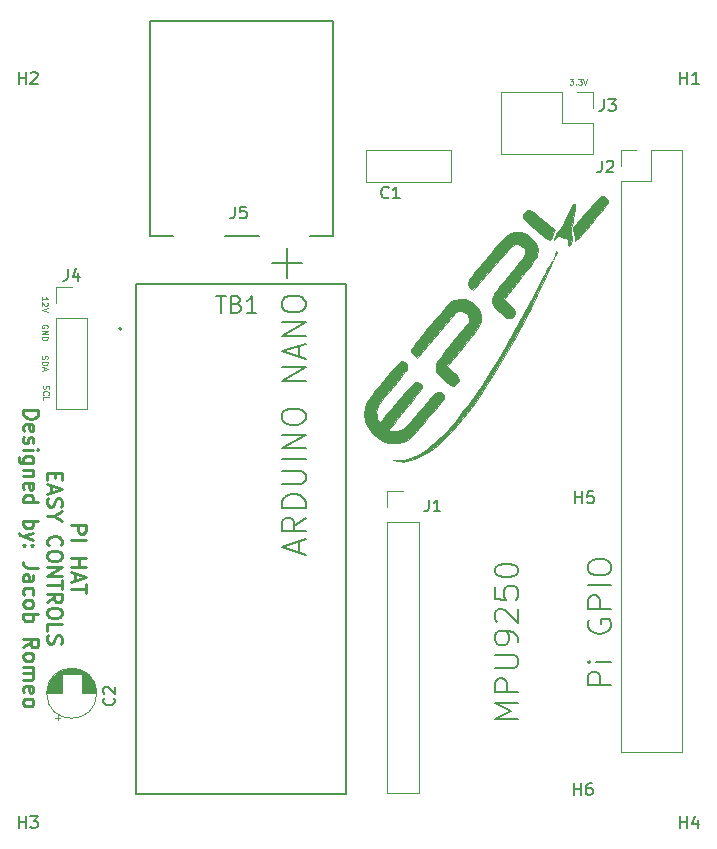
<source format=gbr>
%TF.GenerationSoftware,KiCad,Pcbnew,(6.0.2)*%
%TF.CreationDate,2022-04-23T23:31:31-04:00*%
%TF.ProjectId,Pi_HAT,50695f48-4154-42e6-9b69-6361645f7063,rev?*%
%TF.SameCoordinates,Original*%
%TF.FileFunction,Legend,Top*%
%TF.FilePolarity,Positive*%
%FSLAX46Y46*%
G04 Gerber Fmt 4.6, Leading zero omitted, Abs format (unit mm)*
G04 Created by KiCad (PCBNEW (6.0.2)) date 2022-04-23 23:31:31*
%MOMM*%
%LPD*%
G01*
G04 APERTURE LIST*
%ADD10C,0.150000*%
%ADD11C,0.100000*%
%ADD12C,0.250000*%
%ADD13C,0.127000*%
%ADD14C,0.200000*%
%ADD15C,0.120000*%
%ADD16C,0.010000*%
G04 APERTURE END LIST*
D10*
X141004761Y-126223809D02*
X139004761Y-126223809D01*
X140433333Y-125557142D01*
X139004761Y-124890476D01*
X141004761Y-124890476D01*
X141004761Y-123938095D02*
X139004761Y-123938095D01*
X139004761Y-123176190D01*
X139100000Y-122985714D01*
X139195238Y-122890476D01*
X139385714Y-122795238D01*
X139671428Y-122795238D01*
X139861904Y-122890476D01*
X139957142Y-122985714D01*
X140052380Y-123176190D01*
X140052380Y-123938095D01*
X139004761Y-121938095D02*
X140623809Y-121938095D01*
X140814285Y-121842857D01*
X140909523Y-121747619D01*
X141004761Y-121557142D01*
X141004761Y-121176190D01*
X140909523Y-120985714D01*
X140814285Y-120890476D01*
X140623809Y-120795238D01*
X139004761Y-120795238D01*
X141004761Y-119747619D02*
X141004761Y-119366666D01*
X140909523Y-119176190D01*
X140814285Y-119080952D01*
X140528571Y-118890476D01*
X140147619Y-118795238D01*
X139385714Y-118795238D01*
X139195238Y-118890476D01*
X139100000Y-118985714D01*
X139004761Y-119176190D01*
X139004761Y-119557142D01*
X139100000Y-119747619D01*
X139195238Y-119842857D01*
X139385714Y-119938095D01*
X139861904Y-119938095D01*
X140052380Y-119842857D01*
X140147619Y-119747619D01*
X140242857Y-119557142D01*
X140242857Y-119176190D01*
X140147619Y-118985714D01*
X140052380Y-118890476D01*
X139861904Y-118795238D01*
X139195238Y-118033333D02*
X139100000Y-117938095D01*
X139004761Y-117747619D01*
X139004761Y-117271428D01*
X139100000Y-117080952D01*
X139195238Y-116985714D01*
X139385714Y-116890476D01*
X139576190Y-116890476D01*
X139861904Y-116985714D01*
X141004761Y-118128571D01*
X141004761Y-116890476D01*
X139004761Y-115080952D02*
X139004761Y-116033333D01*
X139957142Y-116128571D01*
X139861904Y-116033333D01*
X139766666Y-115842857D01*
X139766666Y-115366666D01*
X139861904Y-115176190D01*
X139957142Y-115080952D01*
X140147619Y-114985714D01*
X140623809Y-114985714D01*
X140814285Y-115080952D01*
X140909523Y-115176190D01*
X141004761Y-115366666D01*
X141004761Y-115842857D01*
X140909523Y-116033333D01*
X140814285Y-116128571D01*
X139004761Y-113747619D02*
X139004761Y-113557142D01*
X139100000Y-113366666D01*
X139195238Y-113271428D01*
X139385714Y-113176190D01*
X139766666Y-113080952D01*
X140242857Y-113080952D01*
X140623809Y-113176190D01*
X140814285Y-113271428D01*
X140909523Y-113366666D01*
X141004761Y-113557142D01*
X141004761Y-113747619D01*
X140909523Y-113938095D01*
X140814285Y-114033333D01*
X140623809Y-114128571D01*
X140242857Y-114223809D01*
X139766666Y-114223809D01*
X139385714Y-114128571D01*
X139195238Y-114033333D01*
X139100000Y-113938095D01*
X139004761Y-113747619D01*
D11*
X145361904Y-72026190D02*
X145671428Y-72026190D01*
X145504761Y-72216666D01*
X145576190Y-72216666D01*
X145623809Y-72240476D01*
X145647619Y-72264285D01*
X145671428Y-72311904D01*
X145671428Y-72430952D01*
X145647619Y-72478571D01*
X145623809Y-72502380D01*
X145576190Y-72526190D01*
X145433333Y-72526190D01*
X145385714Y-72502380D01*
X145361904Y-72478571D01*
X145885714Y-72478571D02*
X145909523Y-72502380D01*
X145885714Y-72526190D01*
X145861904Y-72502380D01*
X145885714Y-72478571D01*
X145885714Y-72526190D01*
X146076190Y-72026190D02*
X146385714Y-72026190D01*
X146219047Y-72216666D01*
X146290476Y-72216666D01*
X146338095Y-72240476D01*
X146361904Y-72264285D01*
X146385714Y-72311904D01*
X146385714Y-72430952D01*
X146361904Y-72478571D01*
X146338095Y-72502380D01*
X146290476Y-72526190D01*
X146147619Y-72526190D01*
X146100000Y-72502380D01*
X146076190Y-72478571D01*
X146528571Y-72026190D02*
X146695238Y-72526190D01*
X146861904Y-72026190D01*
D12*
X103147023Y-109832142D02*
X104397023Y-109832142D01*
X104397023Y-110308333D01*
X104337500Y-110427380D01*
X104277976Y-110486904D01*
X104158928Y-110546428D01*
X103980357Y-110546428D01*
X103861309Y-110486904D01*
X103801785Y-110427380D01*
X103742261Y-110308333D01*
X103742261Y-109832142D01*
X103147023Y-111082142D02*
X104397023Y-111082142D01*
X103147023Y-112629761D02*
X104397023Y-112629761D01*
X103801785Y-112629761D02*
X103801785Y-113344047D01*
X103147023Y-113344047D02*
X104397023Y-113344047D01*
X103504166Y-113879761D02*
X103504166Y-114475000D01*
X103147023Y-113760714D02*
X104397023Y-114177380D01*
X103147023Y-114594047D01*
X104397023Y-114832142D02*
X104397023Y-115546428D01*
X103147023Y-115189285D02*
X104397023Y-115189285D01*
X101789285Y-105397619D02*
X101789285Y-105814285D01*
X101134523Y-105992857D02*
X101134523Y-105397619D01*
X102384523Y-105397619D01*
X102384523Y-105992857D01*
X101491666Y-106469047D02*
X101491666Y-107064285D01*
X101134523Y-106350000D02*
X102384523Y-106766666D01*
X101134523Y-107183333D01*
X101194047Y-107540476D02*
X101134523Y-107719047D01*
X101134523Y-108016666D01*
X101194047Y-108135714D01*
X101253571Y-108195238D01*
X101372619Y-108254761D01*
X101491666Y-108254761D01*
X101610714Y-108195238D01*
X101670238Y-108135714D01*
X101729761Y-108016666D01*
X101789285Y-107778571D01*
X101848809Y-107659523D01*
X101908333Y-107600000D01*
X102027380Y-107540476D01*
X102146428Y-107540476D01*
X102265476Y-107600000D01*
X102325000Y-107659523D01*
X102384523Y-107778571D01*
X102384523Y-108076190D01*
X102325000Y-108254761D01*
X101729761Y-109028571D02*
X101134523Y-109028571D01*
X102384523Y-108611904D02*
X101729761Y-109028571D01*
X102384523Y-109445238D01*
X101253571Y-111528571D02*
X101194047Y-111469047D01*
X101134523Y-111290476D01*
X101134523Y-111171428D01*
X101194047Y-110992857D01*
X101313095Y-110873809D01*
X101432142Y-110814285D01*
X101670238Y-110754761D01*
X101848809Y-110754761D01*
X102086904Y-110814285D01*
X102205952Y-110873809D01*
X102325000Y-110992857D01*
X102384523Y-111171428D01*
X102384523Y-111290476D01*
X102325000Y-111469047D01*
X102265476Y-111528571D01*
X102384523Y-112302380D02*
X102384523Y-112540476D01*
X102325000Y-112659523D01*
X102205952Y-112778571D01*
X101967857Y-112838095D01*
X101551190Y-112838095D01*
X101313095Y-112778571D01*
X101194047Y-112659523D01*
X101134523Y-112540476D01*
X101134523Y-112302380D01*
X101194047Y-112183333D01*
X101313095Y-112064285D01*
X101551190Y-112004761D01*
X101967857Y-112004761D01*
X102205952Y-112064285D01*
X102325000Y-112183333D01*
X102384523Y-112302380D01*
X101134523Y-113373809D02*
X102384523Y-113373809D01*
X101134523Y-114088095D01*
X102384523Y-114088095D01*
X102384523Y-114504761D02*
X102384523Y-115219047D01*
X101134523Y-114861904D02*
X102384523Y-114861904D01*
X101134523Y-116350000D02*
X101729761Y-115933333D01*
X101134523Y-115635714D02*
X102384523Y-115635714D01*
X102384523Y-116111904D01*
X102325000Y-116230952D01*
X102265476Y-116290476D01*
X102146428Y-116350000D01*
X101967857Y-116350000D01*
X101848809Y-116290476D01*
X101789285Y-116230952D01*
X101729761Y-116111904D01*
X101729761Y-115635714D01*
X102384523Y-117123809D02*
X102384523Y-117361904D01*
X102325000Y-117480952D01*
X102205952Y-117600000D01*
X101967857Y-117659523D01*
X101551190Y-117659523D01*
X101313095Y-117600000D01*
X101194047Y-117480952D01*
X101134523Y-117361904D01*
X101134523Y-117123809D01*
X101194047Y-117004761D01*
X101313095Y-116885714D01*
X101551190Y-116826190D01*
X101967857Y-116826190D01*
X102205952Y-116885714D01*
X102325000Y-117004761D01*
X102384523Y-117123809D01*
X101134523Y-118790476D02*
X101134523Y-118195238D01*
X102384523Y-118195238D01*
X101194047Y-119147619D02*
X101134523Y-119326190D01*
X101134523Y-119623809D01*
X101194047Y-119742857D01*
X101253571Y-119802380D01*
X101372619Y-119861904D01*
X101491666Y-119861904D01*
X101610714Y-119802380D01*
X101670238Y-119742857D01*
X101729761Y-119623809D01*
X101789285Y-119385714D01*
X101848809Y-119266666D01*
X101908333Y-119207142D01*
X102027380Y-119147619D01*
X102146428Y-119147619D01*
X102265476Y-119207142D01*
X102325000Y-119266666D01*
X102384523Y-119385714D01*
X102384523Y-119683333D01*
X102325000Y-119861904D01*
X99122023Y-100100000D02*
X100372023Y-100100000D01*
X100372023Y-100397619D01*
X100312500Y-100576190D01*
X100193452Y-100695238D01*
X100074404Y-100754761D01*
X99836309Y-100814285D01*
X99657738Y-100814285D01*
X99419642Y-100754761D01*
X99300595Y-100695238D01*
X99181547Y-100576190D01*
X99122023Y-100397619D01*
X99122023Y-100100000D01*
X99181547Y-101826190D02*
X99122023Y-101707142D01*
X99122023Y-101469047D01*
X99181547Y-101350000D01*
X99300595Y-101290476D01*
X99776785Y-101290476D01*
X99895833Y-101350000D01*
X99955357Y-101469047D01*
X99955357Y-101707142D01*
X99895833Y-101826190D01*
X99776785Y-101885714D01*
X99657738Y-101885714D01*
X99538690Y-101290476D01*
X99181547Y-102361904D02*
X99122023Y-102480952D01*
X99122023Y-102719047D01*
X99181547Y-102838095D01*
X99300595Y-102897619D01*
X99360119Y-102897619D01*
X99479166Y-102838095D01*
X99538690Y-102719047D01*
X99538690Y-102540476D01*
X99598214Y-102421428D01*
X99717261Y-102361904D01*
X99776785Y-102361904D01*
X99895833Y-102421428D01*
X99955357Y-102540476D01*
X99955357Y-102719047D01*
X99895833Y-102838095D01*
X99122023Y-103433333D02*
X99955357Y-103433333D01*
X100372023Y-103433333D02*
X100312500Y-103373809D01*
X100252976Y-103433333D01*
X100312500Y-103492857D01*
X100372023Y-103433333D01*
X100252976Y-103433333D01*
X99955357Y-104564285D02*
X98943452Y-104564285D01*
X98824404Y-104504761D01*
X98764880Y-104445238D01*
X98705357Y-104326190D01*
X98705357Y-104147619D01*
X98764880Y-104028571D01*
X99181547Y-104564285D02*
X99122023Y-104445238D01*
X99122023Y-104207142D01*
X99181547Y-104088095D01*
X99241071Y-104028571D01*
X99360119Y-103969047D01*
X99717261Y-103969047D01*
X99836309Y-104028571D01*
X99895833Y-104088095D01*
X99955357Y-104207142D01*
X99955357Y-104445238D01*
X99895833Y-104564285D01*
X99955357Y-105159523D02*
X99122023Y-105159523D01*
X99836309Y-105159523D02*
X99895833Y-105219047D01*
X99955357Y-105338095D01*
X99955357Y-105516666D01*
X99895833Y-105635714D01*
X99776785Y-105695238D01*
X99122023Y-105695238D01*
X99181547Y-106766666D02*
X99122023Y-106647619D01*
X99122023Y-106409523D01*
X99181547Y-106290476D01*
X99300595Y-106230952D01*
X99776785Y-106230952D01*
X99895833Y-106290476D01*
X99955357Y-106409523D01*
X99955357Y-106647619D01*
X99895833Y-106766666D01*
X99776785Y-106826190D01*
X99657738Y-106826190D01*
X99538690Y-106230952D01*
X99122023Y-107897619D02*
X100372023Y-107897619D01*
X99181547Y-107897619D02*
X99122023Y-107778571D01*
X99122023Y-107540476D01*
X99181547Y-107421428D01*
X99241071Y-107361904D01*
X99360119Y-107302380D01*
X99717261Y-107302380D01*
X99836309Y-107361904D01*
X99895833Y-107421428D01*
X99955357Y-107540476D01*
X99955357Y-107778571D01*
X99895833Y-107897619D01*
X99122023Y-109445238D02*
X100372023Y-109445238D01*
X99895833Y-109445238D02*
X99955357Y-109564285D01*
X99955357Y-109802380D01*
X99895833Y-109921428D01*
X99836309Y-109980952D01*
X99717261Y-110040476D01*
X99360119Y-110040476D01*
X99241071Y-109980952D01*
X99181547Y-109921428D01*
X99122023Y-109802380D01*
X99122023Y-109564285D01*
X99181547Y-109445238D01*
X99955357Y-110457142D02*
X99122023Y-110754761D01*
X99955357Y-111052380D02*
X99122023Y-110754761D01*
X98824404Y-110635714D01*
X98764880Y-110576190D01*
X98705357Y-110457142D01*
X99241071Y-111528571D02*
X99181547Y-111588095D01*
X99122023Y-111528571D01*
X99181547Y-111469047D01*
X99241071Y-111528571D01*
X99122023Y-111528571D01*
X99895833Y-111528571D02*
X99836309Y-111588095D01*
X99776785Y-111528571D01*
X99836309Y-111469047D01*
X99895833Y-111528571D01*
X99776785Y-111528571D01*
X100372023Y-113433333D02*
X99479166Y-113433333D01*
X99300595Y-113373809D01*
X99181547Y-113254761D01*
X99122023Y-113076190D01*
X99122023Y-112957142D01*
X99122023Y-114564285D02*
X99776785Y-114564285D01*
X99895833Y-114504761D01*
X99955357Y-114385714D01*
X99955357Y-114147619D01*
X99895833Y-114028571D01*
X99181547Y-114564285D02*
X99122023Y-114445238D01*
X99122023Y-114147619D01*
X99181547Y-114028571D01*
X99300595Y-113969047D01*
X99419642Y-113969047D01*
X99538690Y-114028571D01*
X99598214Y-114147619D01*
X99598214Y-114445238D01*
X99657738Y-114564285D01*
X99181547Y-115695238D02*
X99122023Y-115576190D01*
X99122023Y-115338095D01*
X99181547Y-115219047D01*
X99241071Y-115159523D01*
X99360119Y-115100000D01*
X99717261Y-115100000D01*
X99836309Y-115159523D01*
X99895833Y-115219047D01*
X99955357Y-115338095D01*
X99955357Y-115576190D01*
X99895833Y-115695238D01*
X99122023Y-116409523D02*
X99181547Y-116290476D01*
X99241071Y-116230952D01*
X99360119Y-116171428D01*
X99717261Y-116171428D01*
X99836309Y-116230952D01*
X99895833Y-116290476D01*
X99955357Y-116409523D01*
X99955357Y-116588095D01*
X99895833Y-116707142D01*
X99836309Y-116766666D01*
X99717261Y-116826190D01*
X99360119Y-116826190D01*
X99241071Y-116766666D01*
X99181547Y-116707142D01*
X99122023Y-116588095D01*
X99122023Y-116409523D01*
X99122023Y-117361904D02*
X100372023Y-117361904D01*
X99895833Y-117361904D02*
X99955357Y-117480952D01*
X99955357Y-117719047D01*
X99895833Y-117838095D01*
X99836309Y-117897619D01*
X99717261Y-117957142D01*
X99360119Y-117957142D01*
X99241071Y-117897619D01*
X99181547Y-117838095D01*
X99122023Y-117719047D01*
X99122023Y-117480952D01*
X99181547Y-117361904D01*
X99122023Y-120159523D02*
X99717261Y-119742857D01*
X99122023Y-119445238D02*
X100372023Y-119445238D01*
X100372023Y-119921428D01*
X100312500Y-120040476D01*
X100252976Y-120100000D01*
X100133928Y-120159523D01*
X99955357Y-120159523D01*
X99836309Y-120100000D01*
X99776785Y-120040476D01*
X99717261Y-119921428D01*
X99717261Y-119445238D01*
X99122023Y-120873809D02*
X99181547Y-120754761D01*
X99241071Y-120695238D01*
X99360119Y-120635714D01*
X99717261Y-120635714D01*
X99836309Y-120695238D01*
X99895833Y-120754761D01*
X99955357Y-120873809D01*
X99955357Y-121052380D01*
X99895833Y-121171428D01*
X99836309Y-121230952D01*
X99717261Y-121290476D01*
X99360119Y-121290476D01*
X99241071Y-121230952D01*
X99181547Y-121171428D01*
X99122023Y-121052380D01*
X99122023Y-120873809D01*
X99122023Y-121826190D02*
X99955357Y-121826190D01*
X99836309Y-121826190D02*
X99895833Y-121885714D01*
X99955357Y-122004761D01*
X99955357Y-122183333D01*
X99895833Y-122302380D01*
X99776785Y-122361904D01*
X99122023Y-122361904D01*
X99776785Y-122361904D02*
X99895833Y-122421428D01*
X99955357Y-122540476D01*
X99955357Y-122719047D01*
X99895833Y-122838095D01*
X99776785Y-122897619D01*
X99122023Y-122897619D01*
X99181547Y-123969047D02*
X99122023Y-123850000D01*
X99122023Y-123611904D01*
X99181547Y-123492857D01*
X99300595Y-123433333D01*
X99776785Y-123433333D01*
X99895833Y-123492857D01*
X99955357Y-123611904D01*
X99955357Y-123850000D01*
X99895833Y-123969047D01*
X99776785Y-124028571D01*
X99657738Y-124028571D01*
X99538690Y-123433333D01*
X99122023Y-124742857D02*
X99181547Y-124623809D01*
X99241071Y-124564285D01*
X99360119Y-124504761D01*
X99717261Y-124504761D01*
X99836309Y-124564285D01*
X99895833Y-124623809D01*
X99955357Y-124742857D01*
X99955357Y-124921428D01*
X99895833Y-125040476D01*
X99836309Y-125100000D01*
X99717261Y-125159523D01*
X99360119Y-125159523D01*
X99241071Y-125100000D01*
X99181547Y-125040476D01*
X99122023Y-124921428D01*
X99122023Y-124742857D01*
D11*
X101150000Y-93119047D02*
X101173809Y-93071428D01*
X101173809Y-93000000D01*
X101150000Y-92928571D01*
X101102380Y-92880952D01*
X101054761Y-92857142D01*
X100959523Y-92833333D01*
X100888095Y-92833333D01*
X100792857Y-92857142D01*
X100745238Y-92880952D01*
X100697619Y-92928571D01*
X100673809Y-93000000D01*
X100673809Y-93047619D01*
X100697619Y-93119047D01*
X100721428Y-93142857D01*
X100888095Y-93142857D01*
X100888095Y-93047619D01*
X100673809Y-93357142D02*
X101173809Y-93357142D01*
X100673809Y-93642857D01*
X101173809Y-93642857D01*
X100673809Y-93880952D02*
X101173809Y-93880952D01*
X101173809Y-94000000D01*
X101150000Y-94071428D01*
X101102380Y-94119047D01*
X101054761Y-94142857D01*
X100959523Y-94166666D01*
X100888095Y-94166666D01*
X100792857Y-94142857D01*
X100745238Y-94119047D01*
X100697619Y-94071428D01*
X100673809Y-94000000D01*
X100673809Y-93880952D01*
X100697619Y-95492857D02*
X100673809Y-95564285D01*
X100673809Y-95683333D01*
X100697619Y-95730952D01*
X100721428Y-95754761D01*
X100769047Y-95778571D01*
X100816666Y-95778571D01*
X100864285Y-95754761D01*
X100888095Y-95730952D01*
X100911904Y-95683333D01*
X100935714Y-95588095D01*
X100959523Y-95540476D01*
X100983333Y-95516666D01*
X101030952Y-95492857D01*
X101078571Y-95492857D01*
X101126190Y-95516666D01*
X101150000Y-95540476D01*
X101173809Y-95588095D01*
X101173809Y-95707142D01*
X101150000Y-95778571D01*
X100673809Y-95992857D02*
X101173809Y-95992857D01*
X101173809Y-96111904D01*
X101150000Y-96183333D01*
X101102380Y-96230952D01*
X101054761Y-96254761D01*
X100959523Y-96278571D01*
X100888095Y-96278571D01*
X100792857Y-96254761D01*
X100745238Y-96230952D01*
X100697619Y-96183333D01*
X100673809Y-96111904D01*
X100673809Y-95992857D01*
X100816666Y-96469047D02*
X100816666Y-96707142D01*
X100673809Y-96421428D02*
X101173809Y-96588095D01*
X100673809Y-96754761D01*
X100673809Y-90790476D02*
X100673809Y-90504761D01*
X100673809Y-90647619D02*
X101173809Y-90647619D01*
X101102380Y-90600000D01*
X101054761Y-90552380D01*
X101030952Y-90504761D01*
X101126190Y-90980952D02*
X101150000Y-91004761D01*
X101173809Y-91052380D01*
X101173809Y-91171428D01*
X101150000Y-91219047D01*
X101126190Y-91242857D01*
X101078571Y-91266666D01*
X101030952Y-91266666D01*
X100959523Y-91242857D01*
X100673809Y-90957142D01*
X100673809Y-91266666D01*
X101173809Y-91409523D02*
X100673809Y-91576190D01*
X101173809Y-91742857D01*
X100797619Y-98004761D02*
X100773809Y-98076190D01*
X100773809Y-98195238D01*
X100797619Y-98242857D01*
X100821428Y-98266666D01*
X100869047Y-98290476D01*
X100916666Y-98290476D01*
X100964285Y-98266666D01*
X100988095Y-98242857D01*
X101011904Y-98195238D01*
X101035714Y-98100000D01*
X101059523Y-98052380D01*
X101083333Y-98028571D01*
X101130952Y-98004761D01*
X101178571Y-98004761D01*
X101226190Y-98028571D01*
X101250000Y-98052380D01*
X101273809Y-98100000D01*
X101273809Y-98219047D01*
X101250000Y-98290476D01*
X100821428Y-98790476D02*
X100797619Y-98766666D01*
X100773809Y-98695238D01*
X100773809Y-98647619D01*
X100797619Y-98576190D01*
X100845238Y-98528571D01*
X100892857Y-98504761D01*
X100988095Y-98480952D01*
X101059523Y-98480952D01*
X101154761Y-98504761D01*
X101202380Y-98528571D01*
X101250000Y-98576190D01*
X101273809Y-98647619D01*
X101273809Y-98695238D01*
X101250000Y-98766666D01*
X101226190Y-98790476D01*
X100773809Y-99242857D02*
X100773809Y-99004761D01*
X101273809Y-99004761D01*
D10*
%TO.C,TB1*%
X115433333Y-90433333D02*
X116233333Y-90433333D01*
X115833333Y-91833333D02*
X115833333Y-90433333D01*
X117166666Y-91100000D02*
X117366666Y-91166666D01*
X117433333Y-91233333D01*
X117500000Y-91366666D01*
X117500000Y-91566666D01*
X117433333Y-91700000D01*
X117366666Y-91766666D01*
X117233333Y-91833333D01*
X116700000Y-91833333D01*
X116700000Y-90433333D01*
X117166666Y-90433333D01*
X117300000Y-90500000D01*
X117366666Y-90566666D01*
X117433333Y-90700000D01*
X117433333Y-90833333D01*
X117366666Y-90966666D01*
X117300000Y-91033333D01*
X117166666Y-91100000D01*
X116700000Y-91100000D01*
X118833333Y-91833333D02*
X118033333Y-91833333D01*
X118433333Y-91833333D02*
X118433333Y-90433333D01*
X118300000Y-90633333D01*
X118166666Y-90766666D01*
X118033333Y-90833333D01*
X122433333Y-112157142D02*
X122433333Y-111204761D01*
X123004761Y-112347619D02*
X121004761Y-111680952D01*
X123004761Y-111014285D01*
X123004761Y-109204761D02*
X122052380Y-109871428D01*
X123004761Y-110347619D02*
X121004761Y-110347619D01*
X121004761Y-109585714D01*
X121100000Y-109395238D01*
X121195238Y-109300000D01*
X121385714Y-109204761D01*
X121671428Y-109204761D01*
X121861904Y-109300000D01*
X121957142Y-109395238D01*
X122052380Y-109585714D01*
X122052380Y-110347619D01*
X123004761Y-108347619D02*
X121004761Y-108347619D01*
X121004761Y-107871428D01*
X121100000Y-107585714D01*
X121290476Y-107395238D01*
X121480952Y-107300000D01*
X121861904Y-107204761D01*
X122147619Y-107204761D01*
X122528571Y-107300000D01*
X122719047Y-107395238D01*
X122909523Y-107585714D01*
X123004761Y-107871428D01*
X123004761Y-108347619D01*
X121004761Y-106347619D02*
X122623809Y-106347619D01*
X122814285Y-106252380D01*
X122909523Y-106157142D01*
X123004761Y-105966666D01*
X123004761Y-105585714D01*
X122909523Y-105395238D01*
X122814285Y-105300000D01*
X122623809Y-105204761D01*
X121004761Y-105204761D01*
X123004761Y-104252380D02*
X121004761Y-104252380D01*
X123004761Y-103300000D02*
X121004761Y-103300000D01*
X123004761Y-102157142D01*
X121004761Y-102157142D01*
X121004761Y-100823809D02*
X121004761Y-100442857D01*
X121100000Y-100252380D01*
X121290476Y-100061904D01*
X121671428Y-99966666D01*
X122338095Y-99966666D01*
X122719047Y-100061904D01*
X122909523Y-100252380D01*
X123004761Y-100442857D01*
X123004761Y-100823809D01*
X122909523Y-101014285D01*
X122719047Y-101204761D01*
X122338095Y-101300000D01*
X121671428Y-101300000D01*
X121290476Y-101204761D01*
X121100000Y-101014285D01*
X121004761Y-100823809D01*
X123004761Y-97585714D02*
X121004761Y-97585714D01*
X123004761Y-96442857D01*
X121004761Y-96442857D01*
X122433333Y-95585714D02*
X122433333Y-94633333D01*
X123004761Y-95776190D02*
X121004761Y-95109523D01*
X123004761Y-94442857D01*
X123004761Y-93776190D02*
X121004761Y-93776190D01*
X123004761Y-92633333D01*
X121004761Y-92633333D01*
X121004761Y-91300000D02*
X121004761Y-90919047D01*
X121100000Y-90728571D01*
X121290476Y-90538095D01*
X121671428Y-90442857D01*
X122338095Y-90442857D01*
X122719047Y-90538095D01*
X122909523Y-90728571D01*
X123004761Y-90919047D01*
X123004761Y-91300000D01*
X122909523Y-91490476D01*
X122719047Y-91680952D01*
X122338095Y-91776190D01*
X121671428Y-91776190D01*
X121290476Y-91680952D01*
X121100000Y-91490476D01*
X121004761Y-91300000D01*
%TO.C,J3*%
X148266666Y-73752380D02*
X148266666Y-74466666D01*
X148219047Y-74609523D01*
X148123809Y-74704761D01*
X147980952Y-74752380D01*
X147885714Y-74752380D01*
X148647619Y-73752380D02*
X149266666Y-73752380D01*
X148933333Y-74133333D01*
X149076190Y-74133333D01*
X149171428Y-74180952D01*
X149219047Y-74228571D01*
X149266666Y-74323809D01*
X149266666Y-74561904D01*
X149219047Y-74657142D01*
X149171428Y-74704761D01*
X149076190Y-74752380D01*
X148790476Y-74752380D01*
X148695238Y-74704761D01*
X148647619Y-74657142D01*
%TO.C,H1*%
X154738095Y-72452380D02*
X154738095Y-71452380D01*
X154738095Y-71928571D02*
X155309523Y-71928571D01*
X155309523Y-72452380D02*
X155309523Y-71452380D01*
X156309523Y-72452380D02*
X155738095Y-72452380D01*
X156023809Y-72452380D02*
X156023809Y-71452380D01*
X155928571Y-71595238D01*
X155833333Y-71690476D01*
X155738095Y-71738095D01*
%TO.C,H2*%
X98738095Y-72452380D02*
X98738095Y-71452380D01*
X98738095Y-71928571D02*
X99309523Y-71928571D01*
X99309523Y-72452380D02*
X99309523Y-71452380D01*
X99738095Y-71547619D02*
X99785714Y-71500000D01*
X99880952Y-71452380D01*
X100119047Y-71452380D01*
X100214285Y-71500000D01*
X100261904Y-71547619D01*
X100309523Y-71642857D01*
X100309523Y-71738095D01*
X100261904Y-71880952D01*
X99690476Y-72452380D01*
X100309523Y-72452380D01*
%TO.C,H3*%
X98738095Y-135452380D02*
X98738095Y-134452380D01*
X98738095Y-134928571D02*
X99309523Y-134928571D01*
X99309523Y-135452380D02*
X99309523Y-134452380D01*
X99690476Y-134452380D02*
X100309523Y-134452380D01*
X99976190Y-134833333D01*
X100119047Y-134833333D01*
X100214285Y-134880952D01*
X100261904Y-134928571D01*
X100309523Y-135023809D01*
X100309523Y-135261904D01*
X100261904Y-135357142D01*
X100214285Y-135404761D01*
X100119047Y-135452380D01*
X99833333Y-135452380D01*
X99738095Y-135404761D01*
X99690476Y-135357142D01*
%TO.C,J1*%
X133416666Y-107652380D02*
X133416666Y-108366666D01*
X133369047Y-108509523D01*
X133273809Y-108604761D01*
X133130952Y-108652380D01*
X133035714Y-108652380D01*
X134416666Y-108652380D02*
X133845238Y-108652380D01*
X134130952Y-108652380D02*
X134130952Y-107652380D01*
X134035714Y-107795238D01*
X133940476Y-107890476D01*
X133845238Y-107938095D01*
%TO.C,H4*%
X154738095Y-135452380D02*
X154738095Y-134452380D01*
X154738095Y-134928571D02*
X155309523Y-134928571D01*
X155309523Y-135452380D02*
X155309523Y-134452380D01*
X156214285Y-134785714D02*
X156214285Y-135452380D01*
X155976190Y-134404761D02*
X155738095Y-135119047D01*
X156357142Y-135119047D01*
%TO.C,J2*%
X148066666Y-78952380D02*
X148066666Y-79666666D01*
X148019047Y-79809523D01*
X147923809Y-79904761D01*
X147780952Y-79952380D01*
X147685714Y-79952380D01*
X148495238Y-79047619D02*
X148542857Y-79000000D01*
X148638095Y-78952380D01*
X148876190Y-78952380D01*
X148971428Y-79000000D01*
X149019047Y-79047619D01*
X149066666Y-79142857D01*
X149066666Y-79238095D01*
X149019047Y-79380952D01*
X148447619Y-79952380D01*
X149066666Y-79952380D01*
X148904761Y-123385714D02*
X146904761Y-123385714D01*
X146904761Y-122623809D01*
X147000000Y-122433333D01*
X147095238Y-122338095D01*
X147285714Y-122242857D01*
X147571428Y-122242857D01*
X147761904Y-122338095D01*
X147857142Y-122433333D01*
X147952380Y-122623809D01*
X147952380Y-123385714D01*
X148904761Y-121385714D02*
X147571428Y-121385714D01*
X146904761Y-121385714D02*
X147000000Y-121480952D01*
X147095238Y-121385714D01*
X147000000Y-121290476D01*
X146904761Y-121385714D01*
X147095238Y-121385714D01*
X147000000Y-117861904D02*
X146904761Y-118052380D01*
X146904761Y-118338095D01*
X147000000Y-118623809D01*
X147190476Y-118814285D01*
X147380952Y-118909523D01*
X147761904Y-119004761D01*
X148047619Y-119004761D01*
X148428571Y-118909523D01*
X148619047Y-118814285D01*
X148809523Y-118623809D01*
X148904761Y-118338095D01*
X148904761Y-118147619D01*
X148809523Y-117861904D01*
X148714285Y-117766666D01*
X148047619Y-117766666D01*
X148047619Y-118147619D01*
X148904761Y-116909523D02*
X146904761Y-116909523D01*
X146904761Y-116147619D01*
X147000000Y-115957142D01*
X147095238Y-115861904D01*
X147285714Y-115766666D01*
X147571428Y-115766666D01*
X147761904Y-115861904D01*
X147857142Y-115957142D01*
X147952380Y-116147619D01*
X147952380Y-116909523D01*
X148904761Y-114909523D02*
X146904761Y-114909523D01*
X146904761Y-113576190D02*
X146904761Y-113195238D01*
X147000000Y-113004761D01*
X147190476Y-112814285D01*
X147571428Y-112719047D01*
X148238095Y-112719047D01*
X148619047Y-112814285D01*
X148809523Y-113004761D01*
X148904761Y-113195238D01*
X148904761Y-113576190D01*
X148809523Y-113766666D01*
X148619047Y-113957142D01*
X148238095Y-114052380D01*
X147571428Y-114052380D01*
X147190476Y-113957142D01*
X147000000Y-113766666D01*
X146904761Y-113576190D01*
%TO.C,C1*%
X130033333Y-82057142D02*
X129985714Y-82104761D01*
X129842857Y-82152380D01*
X129747619Y-82152380D01*
X129604761Y-82104761D01*
X129509523Y-82009523D01*
X129461904Y-81914285D01*
X129414285Y-81723809D01*
X129414285Y-81580952D01*
X129461904Y-81390476D01*
X129509523Y-81295238D01*
X129604761Y-81200000D01*
X129747619Y-81152380D01*
X129842857Y-81152380D01*
X129985714Y-81200000D01*
X130033333Y-81247619D01*
X130985714Y-82152380D02*
X130414285Y-82152380D01*
X130700000Y-82152380D02*
X130700000Y-81152380D01*
X130604761Y-81295238D01*
X130509523Y-81390476D01*
X130414285Y-81438095D01*
%TO.C,J4*%
X102866666Y-88122380D02*
X102866666Y-88836666D01*
X102819047Y-88979523D01*
X102723809Y-89074761D01*
X102580952Y-89122380D01*
X102485714Y-89122380D01*
X103771428Y-88455714D02*
X103771428Y-89122380D01*
X103533333Y-88074761D02*
X103295238Y-88789047D01*
X103914285Y-88789047D01*
%TO.C,J5*%
X117016519Y-82852139D02*
X117016519Y-83566740D01*
X116968879Y-83709660D01*
X116873599Y-83804940D01*
X116730679Y-83852580D01*
X116635399Y-83852580D01*
X117969320Y-82852139D02*
X117492920Y-82852139D01*
X117445280Y-83328539D01*
X117492920Y-83280899D01*
X117588200Y-83233259D01*
X117826400Y-83233259D01*
X117921680Y-83280899D01*
X117969320Y-83328539D01*
X118016960Y-83423820D01*
X118016960Y-83662020D01*
X117969320Y-83757300D01*
X117921680Y-83804940D01*
X117826400Y-83852580D01*
X117588200Y-83852580D01*
X117492920Y-83804940D01*
X117445280Y-83757300D01*
%TO.C,H5*%
X145838095Y-107952380D02*
X145838095Y-106952380D01*
X145838095Y-107428571D02*
X146409523Y-107428571D01*
X146409523Y-107952380D02*
X146409523Y-106952380D01*
X147361904Y-106952380D02*
X146885714Y-106952380D01*
X146838095Y-107428571D01*
X146885714Y-107380952D01*
X146980952Y-107333333D01*
X147219047Y-107333333D01*
X147314285Y-107380952D01*
X147361904Y-107428571D01*
X147409523Y-107523809D01*
X147409523Y-107761904D01*
X147361904Y-107857142D01*
X147314285Y-107904761D01*
X147219047Y-107952380D01*
X146980952Y-107952380D01*
X146885714Y-107904761D01*
X146838095Y-107857142D01*
%TO.C,H6*%
X145738095Y-132652380D02*
X145738095Y-131652380D01*
X145738095Y-132128571D02*
X146309523Y-132128571D01*
X146309523Y-132652380D02*
X146309523Y-131652380D01*
X147214285Y-131652380D02*
X147023809Y-131652380D01*
X146928571Y-131700000D01*
X146880952Y-131747619D01*
X146785714Y-131890476D01*
X146738095Y-132080952D01*
X146738095Y-132461904D01*
X146785714Y-132557142D01*
X146833333Y-132604761D01*
X146928571Y-132652380D01*
X147119047Y-132652380D01*
X147214285Y-132604761D01*
X147261904Y-132557142D01*
X147309523Y-132461904D01*
X147309523Y-132223809D01*
X147261904Y-132128571D01*
X147214285Y-132080952D01*
X147119047Y-132033333D01*
X146928571Y-132033333D01*
X146833333Y-132080952D01*
X146785714Y-132128571D01*
X146738095Y-132223809D01*
%TO.C,C2*%
X106757142Y-124466666D02*
X106804761Y-124514285D01*
X106852380Y-124657142D01*
X106852380Y-124752380D01*
X106804761Y-124895238D01*
X106709523Y-124990476D01*
X106614285Y-125038095D01*
X106423809Y-125085714D01*
X106280952Y-125085714D01*
X106090476Y-125038095D01*
X105995238Y-124990476D01*
X105900000Y-124895238D01*
X105852380Y-124752380D01*
X105852380Y-124657142D01*
X105900000Y-124514285D01*
X105947619Y-124466666D01*
X105947619Y-124085714D02*
X105900000Y-124038095D01*
X105852380Y-123942857D01*
X105852380Y-123704761D01*
X105900000Y-123609523D01*
X105947619Y-123561904D01*
X106042857Y-123514285D01*
X106138095Y-123514285D01*
X106280952Y-123561904D01*
X106852380Y-124133333D01*
X106852380Y-123514285D01*
D13*
%TO.C,TB1*%
X126390000Y-132590000D02*
X108610000Y-132590000D01*
X108610000Y-132590000D02*
X108610000Y-89410000D01*
X108610000Y-89410000D02*
X126390000Y-89410000D01*
X126390000Y-89410000D02*
X126390000Y-132590000D01*
D14*
X107400000Y-93200000D02*
G75*
G03*
X107400000Y-93200000I-100000J0D01*
G01*
D15*
%TO.C,J3*%
X147330000Y-78370000D02*
X139590000Y-78370000D01*
X146000000Y-73170000D02*
X147330000Y-73170000D01*
X144730000Y-75770000D02*
X147330000Y-75770000D01*
X144730000Y-73170000D02*
X144730000Y-75770000D01*
X147330000Y-73170000D02*
X147330000Y-74500000D01*
X147330000Y-75770000D02*
X147330000Y-78370000D01*
X139590000Y-73170000D02*
X139590000Y-78370000D01*
X144730000Y-73170000D02*
X139590000Y-73170000D01*
%TO.C,J1*%
X129920000Y-106970000D02*
X131250000Y-106970000D01*
X129920000Y-108300000D02*
X129920000Y-106970000D01*
X129920000Y-132490000D02*
X132580000Y-132490000D01*
X129920000Y-109570000D02*
X132580000Y-109570000D01*
X132580000Y-109570000D02*
X132580000Y-132490000D01*
X129920000Y-109570000D02*
X129920000Y-132490000D01*
%TO.C,J2*%
X149670000Y-78070000D02*
X151000000Y-78070000D01*
X152270000Y-80670000D02*
X152270000Y-78070000D01*
X154870000Y-78070000D02*
X154870000Y-128990000D01*
X152270000Y-78070000D02*
X154870000Y-78070000D01*
X149670000Y-80670000D02*
X149670000Y-128990000D01*
X149670000Y-80670000D02*
X152270000Y-80670000D01*
X149670000Y-79400000D02*
X149670000Y-78070000D01*
X149670000Y-128990000D02*
X154870000Y-128990000D01*
%TO.C,C1*%
X128080000Y-78030000D02*
X135320000Y-78030000D01*
X128080000Y-78030000D02*
X128080000Y-80770000D01*
X135320000Y-78030000D02*
X135320000Y-80770000D01*
X128080000Y-80770000D02*
X135320000Y-80770000D01*
%TO.C,J4*%
X101870000Y-89670000D02*
X103200000Y-89670000D01*
X101870000Y-92270000D02*
X104530000Y-92270000D01*
X101870000Y-92270000D02*
X101870000Y-99950000D01*
X101870000Y-91000000D02*
X101870000Y-89670000D01*
X101870000Y-99950000D02*
X104530000Y-99950000D01*
X104530000Y-92270000D02*
X104530000Y-99950000D01*
D13*
%TO.C,J5*%
X121410000Y-87625750D02*
X121410000Y-88895750D01*
X109850000Y-67115750D02*
X109850000Y-85315750D01*
X116178000Y-85315750D02*
X119022000Y-85315750D01*
X125350000Y-85315750D02*
X125350000Y-67115750D01*
X109850000Y-85315750D02*
X111822000Y-85315750D01*
X125350000Y-85315750D02*
X123378000Y-85315750D01*
X121410000Y-87625750D02*
X121410000Y-86355750D01*
X125350000Y-67115750D02*
X109850000Y-67115750D01*
X120140000Y-87625750D02*
X121410000Y-87625750D01*
X122680000Y-87625750D02*
X121410000Y-87625750D01*
D15*
%TO.C,C2*%
X101138000Y-123770000D02*
X102360000Y-123770000D01*
X102830000Y-121969000D02*
X103570000Y-121969000D01*
X104040000Y-123530000D02*
X105216000Y-123530000D01*
X101805000Y-126119801D02*
X102205000Y-126119801D01*
X104040000Y-122689000D02*
X104787000Y-122689000D01*
X101946000Y-122369000D02*
X104454000Y-122369000D01*
X101684000Y-122609000D02*
X102360000Y-122609000D01*
X101392000Y-123009000D02*
X102360000Y-123009000D01*
X104040000Y-122569000D02*
X104678000Y-122569000D01*
X104040000Y-123890000D02*
X105274000Y-123890000D01*
X102000000Y-122329000D02*
X104400000Y-122329000D01*
X104040000Y-123169000D02*
X105089000Y-123169000D01*
X104040000Y-123329000D02*
X105154000Y-123329000D01*
X101896000Y-122409000D02*
X104504000Y-122409000D01*
X102341000Y-122129000D02*
X104059000Y-122129000D01*
X101492000Y-122849000D02*
X102360000Y-122849000D01*
X101206000Y-123450000D02*
X102360000Y-123450000D01*
X101648000Y-122649000D02*
X102360000Y-122649000D01*
X101260000Y-123289000D02*
X102360000Y-123289000D01*
X102663000Y-122009000D02*
X103737000Y-122009000D01*
X104040000Y-123770000D02*
X105262000Y-123770000D01*
X104040000Y-123049000D02*
X105030000Y-123049000D01*
X102432000Y-122089000D02*
X103968000Y-122089000D01*
X101330000Y-123129000D02*
X102360000Y-123129000D01*
X104040000Y-123209000D02*
X105107000Y-123209000D01*
X101465000Y-122889000D02*
X102360000Y-122889000D01*
X101166000Y-123610000D02*
X102360000Y-123610000D01*
X101520000Y-122809000D02*
X102360000Y-122809000D01*
X101349000Y-123089000D02*
X102360000Y-123089000D01*
X101246000Y-123329000D02*
X102360000Y-123329000D01*
X104040000Y-122929000D02*
X104960000Y-122929000D01*
X101550000Y-122769000D02*
X102360000Y-122769000D01*
X104040000Y-123730000D02*
X105256000Y-123730000D01*
X101581000Y-122729000D02*
X102360000Y-122729000D01*
X104040000Y-122889000D02*
X104935000Y-122889000D01*
X101120000Y-124010000D02*
X102360000Y-124010000D01*
X104040000Y-122609000D02*
X104716000Y-122609000D01*
X101195000Y-123490000D02*
X102360000Y-123490000D01*
X101184000Y-123530000D02*
X102360000Y-123530000D01*
X102120000Y-122249000D02*
X104280000Y-122249000D01*
X101311000Y-123169000D02*
X102360000Y-123169000D01*
X104040000Y-123370000D02*
X105168000Y-123370000D01*
X101126000Y-123890000D02*
X102360000Y-123890000D01*
X101370000Y-123049000D02*
X102360000Y-123049000D01*
X102005000Y-126319801D02*
X102005000Y-125919801D01*
X104040000Y-123410000D02*
X105182000Y-123410000D01*
X101150000Y-123690000D02*
X102360000Y-123690000D01*
X102260000Y-122169000D02*
X104140000Y-122169000D01*
X104040000Y-122529000D02*
X104638000Y-122529000D01*
X104040000Y-123930000D02*
X105277000Y-123930000D01*
X104040000Y-123089000D02*
X105051000Y-123089000D01*
X101762000Y-122529000D02*
X102360000Y-122529000D01*
X101175000Y-123570000D02*
X102360000Y-123570000D01*
X101120000Y-124050000D02*
X102360000Y-124050000D01*
X104040000Y-123009000D02*
X105008000Y-123009000D01*
X101218000Y-123410000D02*
X102360000Y-123410000D01*
X104040000Y-124050000D02*
X105280000Y-124050000D01*
X104040000Y-123450000D02*
X105194000Y-123450000D01*
X104040000Y-124010000D02*
X105280000Y-124010000D01*
X102536000Y-122049000D02*
X103864000Y-122049000D01*
X102058000Y-122289000D02*
X104342000Y-122289000D01*
X101804000Y-122489000D02*
X102360000Y-122489000D01*
X104040000Y-123490000D02*
X105205000Y-123490000D01*
X101133000Y-123810000D02*
X102360000Y-123810000D01*
X104040000Y-123850000D02*
X105271000Y-123850000D01*
X104040000Y-123610000D02*
X105234000Y-123610000D01*
X101121000Y-123970000D02*
X102360000Y-123970000D01*
X104040000Y-123810000D02*
X105267000Y-123810000D01*
X104040000Y-123650000D02*
X105242000Y-123650000D01*
X101129000Y-123850000D02*
X102360000Y-123850000D01*
X104040000Y-122769000D02*
X104850000Y-122769000D01*
X104040000Y-123690000D02*
X105250000Y-123690000D01*
X104040000Y-123970000D02*
X105279000Y-123970000D01*
X101849000Y-122449000D02*
X104551000Y-122449000D01*
X101293000Y-123209000D02*
X102360000Y-123209000D01*
X104040000Y-122969000D02*
X104985000Y-122969000D01*
X101144000Y-123730000D02*
X102360000Y-123730000D01*
X104040000Y-122489000D02*
X104596000Y-122489000D01*
X104040000Y-122809000D02*
X104880000Y-122809000D01*
X104040000Y-122849000D02*
X104908000Y-122849000D01*
X101613000Y-122689000D02*
X102360000Y-122689000D01*
X101232000Y-123370000D02*
X102360000Y-123370000D01*
X101722000Y-122569000D02*
X102360000Y-122569000D01*
X104040000Y-123249000D02*
X105124000Y-123249000D01*
X101123000Y-123930000D02*
X102360000Y-123930000D01*
X101440000Y-122929000D02*
X102360000Y-122929000D01*
X101415000Y-122969000D02*
X102360000Y-122969000D01*
X101276000Y-123249000D02*
X102360000Y-123249000D01*
X104040000Y-122649000D02*
X104752000Y-122649000D01*
X104040000Y-123289000D02*
X105140000Y-123289000D01*
X104040000Y-122729000D02*
X104819000Y-122729000D01*
X104040000Y-123129000D02*
X105070000Y-123129000D01*
X102187000Y-122209000D02*
X104213000Y-122209000D01*
X104040000Y-123570000D02*
X105225000Y-123570000D01*
X101158000Y-123650000D02*
X102360000Y-123650000D01*
X105320000Y-124050000D02*
G75*
G03*
X105320000Y-124050000I-2120000J0D01*
G01*
D16*
%TO.C,G\u002A\u002A\u002A*%
X141677287Y-83232301D02*
X141801596Y-83165044D01*
X141801596Y-83165044D02*
X141947492Y-83168468D01*
X141947492Y-83168468D02*
X142136732Y-83251404D01*
X142136732Y-83251404D02*
X142391078Y-83422678D01*
X142391078Y-83422678D02*
X142732287Y-83691118D01*
X142732287Y-83691118D02*
X143082985Y-83982239D01*
X143082985Y-83982239D02*
X144082788Y-84821173D01*
X144082788Y-84821173D02*
X143991607Y-85113495D01*
X143991607Y-85113495D02*
X143885619Y-85434242D01*
X143885619Y-85434242D02*
X143803812Y-85619677D01*
X143803812Y-85619677D02*
X143728040Y-85698451D01*
X143728040Y-85698451D02*
X143640158Y-85699213D01*
X143640158Y-85699213D02*
X143623886Y-85694052D01*
X143623886Y-85694052D02*
X143513922Y-85625213D01*
X143513922Y-85625213D02*
X143300817Y-85466367D01*
X143300817Y-85466367D02*
X143010183Y-85237502D01*
X143010183Y-85237502D02*
X142667623Y-84958603D01*
X142667623Y-84958603D02*
X142457907Y-84784031D01*
X142457907Y-84784031D02*
X142030990Y-84420916D01*
X142030990Y-84420916D02*
X141724590Y-84143066D01*
X141724590Y-84143066D02*
X141526252Y-83930906D01*
X141526252Y-83930906D02*
X141423525Y-83764861D01*
X141423525Y-83764861D02*
X141403950Y-83625352D01*
X141403950Y-83625352D02*
X141455074Y-83492804D01*
X141455074Y-83492804D02*
X141552806Y-83361413D01*
X141552806Y-83361413D02*
X141677287Y-83232301D01*
X141677287Y-83232301D02*
X141677287Y-83232301D01*
G36*
X141947492Y-83168468D02*
G01*
X142136732Y-83251404D01*
X142391078Y-83422678D01*
X142732287Y-83691118D01*
X143082985Y-83982239D01*
X144082788Y-84821173D01*
X143991607Y-85113495D01*
X143885619Y-85434242D01*
X143803812Y-85619677D01*
X143728040Y-85698451D01*
X143640158Y-85699213D01*
X143623886Y-85694052D01*
X143513922Y-85625213D01*
X143300817Y-85466367D01*
X143010183Y-85237502D01*
X142667623Y-84958603D01*
X142457907Y-84784031D01*
X142030990Y-84420916D01*
X141724590Y-84143066D01*
X141526252Y-83930906D01*
X141423525Y-83764861D01*
X141403950Y-83625352D01*
X141455074Y-83492804D01*
X141552806Y-83361413D01*
X141677287Y-83232301D01*
X141801596Y-83165044D01*
X141947492Y-83168468D01*
G37*
X141947492Y-83168468D02*
X142136732Y-83251404D01*
X142391078Y-83422678D01*
X142732287Y-83691118D01*
X143082985Y-83982239D01*
X144082788Y-84821173D01*
X143991607Y-85113495D01*
X143885619Y-85434242D01*
X143803812Y-85619677D01*
X143728040Y-85698451D01*
X143640158Y-85699213D01*
X143623886Y-85694052D01*
X143513922Y-85625213D01*
X143300817Y-85466367D01*
X143010183Y-85237502D01*
X142667623Y-84958603D01*
X142457907Y-84784031D01*
X142030990Y-84420916D01*
X141724590Y-84143066D01*
X141526252Y-83930906D01*
X141423525Y-83764861D01*
X141403950Y-83625352D01*
X141455074Y-83492804D01*
X141552806Y-83361413D01*
X141677287Y-83232301D01*
X141801596Y-83165044D01*
X141947492Y-83168468D01*
X143905836Y-87462505D02*
X143954596Y-87480339D01*
X143954596Y-87480339D02*
X143952246Y-87483958D01*
X143952246Y-87483958D02*
X143902110Y-87576317D01*
X143902110Y-87576317D02*
X143792989Y-87794958D01*
X143792989Y-87794958D02*
X143637840Y-88112871D01*
X143637840Y-88112871D02*
X143449621Y-88503047D01*
X143449621Y-88503047D02*
X143241289Y-88938478D01*
X143241289Y-88938478D02*
X143025803Y-89392153D01*
X143025803Y-89392153D02*
X142816120Y-89837065D01*
X142816120Y-89837065D02*
X142625198Y-90246204D01*
X142625198Y-90246204D02*
X142575490Y-90353657D01*
X142575490Y-90353657D02*
X141992373Y-91567625D01*
X141992373Y-91567625D02*
X141337224Y-92844285D01*
X141337224Y-92844285D02*
X140629801Y-94149348D01*
X140629801Y-94149348D02*
X139889865Y-95448528D01*
X139889865Y-95448528D02*
X139137174Y-96707536D01*
X139137174Y-96707536D02*
X138391488Y-97892085D01*
X138391488Y-97892085D02*
X137672566Y-98967888D01*
X137672566Y-98967888D02*
X137337717Y-99442629D01*
X137337717Y-99442629D02*
X136644501Y-100363023D01*
X136644501Y-100363023D02*
X135928608Y-101234414D01*
X135928608Y-101234414D02*
X135224665Y-102015747D01*
X135224665Y-102015747D02*
X134826874Y-102419909D01*
X134826874Y-102419909D02*
X134179466Y-102999836D01*
X134179466Y-102999836D02*
X133509811Y-103503070D01*
X133509811Y-103503070D02*
X132844064Y-103913961D01*
X132844064Y-103913961D02*
X132208381Y-104216858D01*
X132208381Y-104216858D02*
X131628915Y-104396111D01*
X131628915Y-104396111D02*
X131481127Y-104421898D01*
X131481127Y-104421898D02*
X131247012Y-104434527D01*
X131247012Y-104434527D02*
X130973579Y-104421430D01*
X130973579Y-104421430D02*
X130713415Y-104389077D01*
X130713415Y-104389077D02*
X130519102Y-104343940D01*
X130519102Y-104343940D02*
X130443284Y-104294173D01*
X130443284Y-104294173D02*
X130513665Y-104270140D01*
X130513665Y-104270140D02*
X130696064Y-104280342D01*
X130696064Y-104280342D02*
X130776501Y-104292080D01*
X130776501Y-104292080D02*
X131064406Y-104304511D01*
X131064406Y-104304511D02*
X131405602Y-104271366D01*
X131405602Y-104271366D02*
X131555822Y-104241529D01*
X131555822Y-104241529D02*
X132114701Y-104065249D01*
X132114701Y-104065249D02*
X132664010Y-103803999D01*
X132664010Y-103803999D02*
X133221410Y-103444910D01*
X133221410Y-103444910D02*
X133804563Y-102975105D01*
X133804563Y-102975105D02*
X134431132Y-102381715D01*
X134431132Y-102381715D02*
X135118776Y-101651865D01*
X135118776Y-101651865D02*
X135137769Y-101630797D01*
X135137769Y-101630797D02*
X135708322Y-100975814D01*
X135708322Y-100975814D02*
X136274896Y-100280219D01*
X136274896Y-100280219D02*
X136843877Y-99533740D01*
X136843877Y-99533740D02*
X137421655Y-98726104D01*
X137421655Y-98726104D02*
X138014617Y-97847039D01*
X138014617Y-97847039D02*
X138629151Y-96886272D01*
X138629151Y-96886272D02*
X139271644Y-95833529D01*
X139271644Y-95833529D02*
X139948485Y-94678541D01*
X139948485Y-94678541D02*
X140666060Y-93411031D01*
X140666060Y-93411031D02*
X141430760Y-92020729D01*
X141430760Y-92020729D02*
X142248970Y-90497360D01*
X142248970Y-90497360D02*
X143127081Y-88830654D01*
X143127081Y-88830654D02*
X143282496Y-88532856D01*
X143282496Y-88532856D02*
X143485933Y-88150937D01*
X143485933Y-88150937D02*
X143665803Y-87828886D01*
X143665803Y-87828886D02*
X143806311Y-87593829D01*
X143806311Y-87593829D02*
X143891660Y-87472886D01*
X143891660Y-87472886D02*
X143905836Y-87462505D01*
X143905836Y-87462505D02*
X143905836Y-87462505D01*
G36*
X143954596Y-87480339D02*
G01*
X143952246Y-87483958D01*
X143902110Y-87576317D01*
X143792989Y-87794958D01*
X143637840Y-88112871D01*
X143449621Y-88503047D01*
X143241289Y-88938478D01*
X143025803Y-89392153D01*
X142816120Y-89837065D01*
X142625198Y-90246204D01*
X142575490Y-90353657D01*
X141992373Y-91567625D01*
X141337224Y-92844285D01*
X140629801Y-94149348D01*
X139889865Y-95448528D01*
X139137174Y-96707536D01*
X138391488Y-97892085D01*
X137672566Y-98967888D01*
X137337717Y-99442629D01*
X136644501Y-100363023D01*
X135928608Y-101234414D01*
X135224665Y-102015747D01*
X134826874Y-102419909D01*
X134179466Y-102999836D01*
X133509811Y-103503070D01*
X132844064Y-103913961D01*
X132208381Y-104216858D01*
X131628915Y-104396111D01*
X131481127Y-104421898D01*
X131247012Y-104434527D01*
X130973579Y-104421430D01*
X130713415Y-104389077D01*
X130519102Y-104343940D01*
X130443284Y-104294173D01*
X130513665Y-104270140D01*
X130696064Y-104280342D01*
X130776501Y-104292080D01*
X131064406Y-104304511D01*
X131405602Y-104271366D01*
X131555822Y-104241529D01*
X132114701Y-104065249D01*
X132664010Y-103803999D01*
X133221410Y-103444910D01*
X133804563Y-102975105D01*
X134431132Y-102381715D01*
X135118776Y-101651865D01*
X135137769Y-101630797D01*
X135708322Y-100975814D01*
X136274896Y-100280219D01*
X136843877Y-99533740D01*
X137421655Y-98726104D01*
X138014617Y-97847039D01*
X138629151Y-96886272D01*
X139271644Y-95833529D01*
X139948485Y-94678541D01*
X140666060Y-93411031D01*
X141430760Y-92020729D01*
X142248970Y-90497360D01*
X143127081Y-88830654D01*
X143282496Y-88532856D01*
X143485933Y-88150937D01*
X143665803Y-87828886D01*
X143806311Y-87593829D01*
X143891660Y-87472886D01*
X143905836Y-87462505D01*
X143954596Y-87480339D01*
G37*
X143954596Y-87480339D02*
X143952246Y-87483958D01*
X143902110Y-87576317D01*
X143792989Y-87794958D01*
X143637840Y-88112871D01*
X143449621Y-88503047D01*
X143241289Y-88938478D01*
X143025803Y-89392153D01*
X142816120Y-89837065D01*
X142625198Y-90246204D01*
X142575490Y-90353657D01*
X141992373Y-91567625D01*
X141337224Y-92844285D01*
X140629801Y-94149348D01*
X139889865Y-95448528D01*
X139137174Y-96707536D01*
X138391488Y-97892085D01*
X137672566Y-98967888D01*
X137337717Y-99442629D01*
X136644501Y-100363023D01*
X135928608Y-101234414D01*
X135224665Y-102015747D01*
X134826874Y-102419909D01*
X134179466Y-102999836D01*
X133509811Y-103503070D01*
X132844064Y-103913961D01*
X132208381Y-104216858D01*
X131628915Y-104396111D01*
X131481127Y-104421898D01*
X131247012Y-104434527D01*
X130973579Y-104421430D01*
X130713415Y-104389077D01*
X130519102Y-104343940D01*
X130443284Y-104294173D01*
X130513665Y-104270140D01*
X130696064Y-104280342D01*
X130776501Y-104292080D01*
X131064406Y-104304511D01*
X131405602Y-104271366D01*
X131555822Y-104241529D01*
X132114701Y-104065249D01*
X132664010Y-103803999D01*
X133221410Y-103444910D01*
X133804563Y-102975105D01*
X134431132Y-102381715D01*
X135118776Y-101651865D01*
X135137769Y-101630797D01*
X135708322Y-100975814D01*
X136274896Y-100280219D01*
X136843877Y-99533740D01*
X137421655Y-98726104D01*
X138014617Y-97847039D01*
X138629151Y-96886272D01*
X139271644Y-95833529D01*
X139948485Y-94678541D01*
X140666060Y-93411031D01*
X141430760Y-92020729D01*
X142248970Y-90497360D01*
X143127081Y-88830654D01*
X143282496Y-88532856D01*
X143485933Y-88150937D01*
X143665803Y-87828886D01*
X143806311Y-87593829D01*
X143891660Y-87472886D01*
X143905836Y-87462505D01*
X143954596Y-87480339D01*
X145791043Y-82591069D02*
X145849296Y-82661989D01*
X145849296Y-82661989D02*
X145849584Y-82663539D01*
X145849584Y-82663539D02*
X145847854Y-82839230D01*
X145847854Y-82839230D02*
X145810082Y-83107229D01*
X145810082Y-83107229D02*
X145769605Y-83300740D01*
X145769605Y-83300740D02*
X145707536Y-83590219D01*
X145707536Y-83590219D02*
X145667357Y-83832918D01*
X145667357Y-83832918D02*
X145658838Y-83933146D01*
X145658838Y-83933146D02*
X145629834Y-84120022D01*
X145629834Y-84120022D02*
X145558010Y-84367088D01*
X145558010Y-84367088D02*
X145541159Y-84413732D01*
X145541159Y-84413732D02*
X145484763Y-84701622D01*
X145484763Y-84701622D02*
X145489157Y-85037874D01*
X145489157Y-85037874D02*
X145504808Y-85139935D01*
X145504808Y-85139935D02*
X145545839Y-85421047D01*
X145545839Y-85421047D02*
X145531585Y-85656250D01*
X145531585Y-85656250D02*
X145451689Y-85920331D01*
X145451689Y-85920331D02*
X145368938Y-86121431D01*
X145368938Y-86121431D02*
X145316388Y-86227136D01*
X145316388Y-86227136D02*
X145283050Y-86221780D01*
X145283050Y-86221780D02*
X145255974Y-86084011D01*
X145255974Y-86084011D02*
X145233989Y-85898947D01*
X145233989Y-85898947D02*
X145192415Y-85640666D01*
X145192415Y-85640666D02*
X145134684Y-85523643D01*
X145134684Y-85523643D02*
X145060275Y-85515297D01*
X145060275Y-85515297D02*
X144905708Y-85498565D01*
X144905708Y-85498565D02*
X144739555Y-85409317D01*
X144739555Y-85409317D02*
X144540369Y-85299491D01*
X144540369Y-85299491D02*
X144369604Y-85325235D01*
X144369604Y-85325235D02*
X144176802Y-85494785D01*
X144176802Y-85494785D02*
X144170057Y-85502285D01*
X144170057Y-85502285D02*
X144000505Y-85691587D01*
X144000505Y-85691587D02*
X144092020Y-85382195D01*
X144092020Y-85382195D02*
X144288553Y-85005678D01*
X144288553Y-85005678D02*
X144452996Y-84828510D01*
X144452996Y-84828510D02*
X144619379Y-84643919D01*
X144619379Y-84643919D02*
X144774366Y-84389478D01*
X144774366Y-84389478D02*
X144940376Y-84025832D01*
X144940376Y-84025832D02*
X145013340Y-83844920D01*
X145013340Y-83844920D02*
X145185003Y-83448539D01*
X145185003Y-83448539D02*
X145363225Y-83104309D01*
X145363225Y-83104309D02*
X145533386Y-82832884D01*
X145533386Y-82832884D02*
X145680865Y-82654919D01*
X145680865Y-82654919D02*
X145791043Y-82591069D01*
X145791043Y-82591069D02*
X145791043Y-82591069D01*
G36*
X145849296Y-82661989D02*
G01*
X145849584Y-82663539D01*
X145847854Y-82839230D01*
X145810082Y-83107229D01*
X145769605Y-83300740D01*
X145707536Y-83590219D01*
X145667357Y-83832918D01*
X145658838Y-83933146D01*
X145629834Y-84120022D01*
X145558010Y-84367088D01*
X145541159Y-84413732D01*
X145484763Y-84701622D01*
X145489157Y-85037874D01*
X145504808Y-85139935D01*
X145545839Y-85421047D01*
X145531585Y-85656250D01*
X145451689Y-85920331D01*
X145368938Y-86121431D01*
X145316388Y-86227136D01*
X145283050Y-86221780D01*
X145255974Y-86084011D01*
X145233989Y-85898947D01*
X145192415Y-85640666D01*
X145134684Y-85523643D01*
X145060275Y-85515297D01*
X144905708Y-85498565D01*
X144739555Y-85409317D01*
X144540369Y-85299491D01*
X144369604Y-85325235D01*
X144176802Y-85494785D01*
X144170057Y-85502285D01*
X144000505Y-85691587D01*
X144092020Y-85382195D01*
X144288553Y-85005678D01*
X144452996Y-84828510D01*
X144619379Y-84643919D01*
X144774366Y-84389478D01*
X144940376Y-84025832D01*
X145013340Y-83844920D01*
X145185003Y-83448539D01*
X145363225Y-83104309D01*
X145533386Y-82832884D01*
X145680865Y-82654919D01*
X145791043Y-82591069D01*
X145849296Y-82661989D01*
G37*
X145849296Y-82661989D02*
X145849584Y-82663539D01*
X145847854Y-82839230D01*
X145810082Y-83107229D01*
X145769605Y-83300740D01*
X145707536Y-83590219D01*
X145667357Y-83832918D01*
X145658838Y-83933146D01*
X145629834Y-84120022D01*
X145558010Y-84367088D01*
X145541159Y-84413732D01*
X145484763Y-84701622D01*
X145489157Y-85037874D01*
X145504808Y-85139935D01*
X145545839Y-85421047D01*
X145531585Y-85656250D01*
X145451689Y-85920331D01*
X145368938Y-86121431D01*
X145316388Y-86227136D01*
X145283050Y-86221780D01*
X145255974Y-86084011D01*
X145233989Y-85898947D01*
X145192415Y-85640666D01*
X145134684Y-85523643D01*
X145060275Y-85515297D01*
X144905708Y-85498565D01*
X144739555Y-85409317D01*
X144540369Y-85299491D01*
X144369604Y-85325235D01*
X144176802Y-85494785D01*
X144170057Y-85502285D01*
X144000505Y-85691587D01*
X144092020Y-85382195D01*
X144288553Y-85005678D01*
X144452996Y-84828510D01*
X144619379Y-84643919D01*
X144774366Y-84389478D01*
X144940376Y-84025832D01*
X145013340Y-83844920D01*
X145185003Y-83448539D01*
X145363225Y-83104309D01*
X145533386Y-82832884D01*
X145680865Y-82654919D01*
X145791043Y-82591069D01*
X145849296Y-82661989D01*
X130077317Y-97020771D02*
X130415253Y-96641373D01*
X130415253Y-96641373D02*
X130714137Y-96323438D01*
X130714137Y-96323438D02*
X130956255Y-96088198D01*
X130956255Y-96088198D02*
X131123894Y-95956885D01*
X131123894Y-95956885D02*
X131174472Y-95936815D01*
X131174472Y-95936815D02*
X131422759Y-95986780D01*
X131422759Y-95986780D02*
X131584173Y-96171777D01*
X131584173Y-96171777D02*
X131632954Y-96368894D01*
X131632954Y-96368894D02*
X131633890Y-96452013D01*
X131633890Y-96452013D02*
X131613038Y-96540976D01*
X131613038Y-96540976D02*
X131557533Y-96653846D01*
X131557533Y-96653846D02*
X131454508Y-96808690D01*
X131454508Y-96808690D02*
X131291100Y-97023567D01*
X131291100Y-97023567D02*
X131054442Y-97316542D01*
X131054442Y-97316542D02*
X130731671Y-97705679D01*
X130731671Y-97705679D02*
X130392074Y-98111152D01*
X130392074Y-98111152D02*
X129984324Y-98598789D01*
X129984324Y-98598789D02*
X129672421Y-98977438D01*
X129672421Y-98977438D02*
X129442153Y-99266798D01*
X129442153Y-99266798D02*
X129279306Y-99486565D01*
X129279306Y-99486565D02*
X129169668Y-99656438D01*
X129169668Y-99656438D02*
X129099024Y-99796117D01*
X129099024Y-99796117D02*
X129053161Y-99925299D01*
X129053161Y-99925299D02*
X129035192Y-99991669D01*
X129035192Y-99991669D02*
X129008598Y-100239807D01*
X129008598Y-100239807D02*
X129030205Y-100520034D01*
X129030205Y-100520034D02*
X129088711Y-100783218D01*
X129088711Y-100783218D02*
X129172814Y-100980229D01*
X129172814Y-100980229D02*
X129271215Y-101061937D01*
X129271215Y-101061937D02*
X129281355Y-101061880D01*
X129281355Y-101061880D02*
X129354413Y-100997704D01*
X129354413Y-100997704D02*
X129520444Y-100820406D01*
X129520444Y-100820406D02*
X129764296Y-100547180D01*
X129764296Y-100547180D02*
X130070819Y-100195221D01*
X130070819Y-100195221D02*
X130424861Y-99781726D01*
X130424861Y-99781726D02*
X130780856Y-99360154D01*
X130780856Y-99360154D02*
X131232843Y-98822867D01*
X131232843Y-98822867D02*
X131590694Y-98403799D01*
X131590694Y-98403799D02*
X131868577Y-98090997D01*
X131868577Y-98090997D02*
X132080656Y-97872508D01*
X132080656Y-97872508D02*
X132241099Y-97736381D01*
X132241099Y-97736381D02*
X132364074Y-97670664D01*
X132364074Y-97670664D02*
X132463747Y-97663405D01*
X132463747Y-97663405D02*
X132554284Y-97702652D01*
X132554284Y-97702652D02*
X132649854Y-97776453D01*
X132649854Y-97776453D02*
X132653933Y-97779912D01*
X132653933Y-97779912D02*
X132755698Y-97868990D01*
X132755698Y-97868990D02*
X132825195Y-97951832D01*
X132825195Y-97951832D02*
X132853541Y-98044741D01*
X132853541Y-98044741D02*
X132831856Y-98164016D01*
X132831856Y-98164016D02*
X132751259Y-98325959D01*
X132751259Y-98325959D02*
X132602868Y-98546868D01*
X132602868Y-98546868D02*
X132377803Y-98843046D01*
X132377803Y-98843046D02*
X132067183Y-99230793D01*
X132067183Y-99230793D02*
X131662127Y-99726409D01*
X131662127Y-99726409D02*
X131457710Y-99975525D01*
X131457710Y-99975525D02*
X131076987Y-100442883D01*
X131076987Y-100442883D02*
X130736983Y-100866829D01*
X130736983Y-100866829D02*
X130451082Y-101230138D01*
X130451082Y-101230138D02*
X130232667Y-101515583D01*
X130232667Y-101515583D02*
X130095121Y-101705939D01*
X130095121Y-101705939D02*
X130051830Y-101783977D01*
X130051830Y-101783977D02*
X130052269Y-101784536D01*
X130052269Y-101784536D02*
X130158422Y-101816514D01*
X130158422Y-101816514D02*
X130369409Y-101850144D01*
X130369409Y-101850144D02*
X130464618Y-101860976D01*
X130464618Y-101860976D02*
X130676232Y-101874842D01*
X130676232Y-101874842D02*
X130862967Y-101860607D01*
X130862967Y-101860607D02*
X131042188Y-101804597D01*
X131042188Y-101804597D02*
X131231261Y-101693139D01*
X131231261Y-101693139D02*
X131447546Y-101512559D01*
X131447546Y-101512559D02*
X131708410Y-101249186D01*
X131708410Y-101249186D02*
X132031217Y-100889344D01*
X132031217Y-100889344D02*
X132433331Y-100419361D01*
X132433331Y-100419361D02*
X132704414Y-100097259D01*
X132704414Y-100097259D02*
X133112886Y-99611619D01*
X133112886Y-99611619D02*
X133428592Y-99240623D01*
X133428592Y-99240623D02*
X133666904Y-98968609D01*
X133666904Y-98968609D02*
X133843197Y-98779916D01*
X133843197Y-98779916D02*
X133972844Y-98658880D01*
X133972844Y-98658880D02*
X134071217Y-98589841D01*
X134071217Y-98589841D02*
X134153690Y-98557136D01*
X134153690Y-98557136D02*
X134227291Y-98545801D01*
X134227291Y-98545801D02*
X134495982Y-98576807D01*
X134495982Y-98576807D02*
X134675666Y-98741035D01*
X134675666Y-98741035D02*
X134738071Y-98867762D01*
X134738071Y-98867762D02*
X134754097Y-98926292D01*
X134754097Y-98926292D02*
X134746963Y-98994642D01*
X134746963Y-98994642D02*
X134704843Y-99089042D01*
X134704843Y-99089042D02*
X134615908Y-99225720D01*
X134615908Y-99225720D02*
X134468333Y-99420907D01*
X134468333Y-99420907D02*
X134250289Y-99690830D01*
X134250289Y-99690830D02*
X133949952Y-100051720D01*
X133949952Y-100051720D02*
X133555493Y-100519805D01*
X133555493Y-100519805D02*
X133401079Y-100702422D01*
X133401079Y-100702422D02*
X133009045Y-101162277D01*
X133009045Y-101162277D02*
X132642409Y-101585595D01*
X132642409Y-101585595D02*
X132318435Y-101952970D01*
X132318435Y-101952970D02*
X132054391Y-102244998D01*
X132054391Y-102244998D02*
X131867541Y-102442270D01*
X131867541Y-102442270D02*
X131784333Y-102519501D01*
X131784333Y-102519501D02*
X131300021Y-102775614D01*
X131300021Y-102775614D02*
X130751298Y-102898807D01*
X130751298Y-102898807D02*
X130184480Y-102884280D01*
X130184480Y-102884280D02*
X129671541Y-102738588D01*
X129671541Y-102738588D02*
X129108720Y-102419643D01*
X129108720Y-102419643D02*
X128644763Y-102006697D01*
X128644763Y-102006697D02*
X128291645Y-101523660D01*
X128291645Y-101523660D02*
X128061339Y-100994437D01*
X128061339Y-100994437D02*
X127965824Y-100442934D01*
X127965824Y-100442934D02*
X128017074Y-99893056D01*
X128017074Y-99893056D02*
X128106371Y-99614050D01*
X128106371Y-99614050D02*
X128221653Y-99398901D01*
X128221653Y-99398901D02*
X128421887Y-99096592D01*
X128421887Y-99096592D02*
X128689358Y-98728355D01*
X128689358Y-98728355D02*
X129006351Y-98315424D01*
X129006351Y-98315424D02*
X129355153Y-97879028D01*
X129355153Y-97879028D02*
X129718045Y-97440399D01*
X129718045Y-97440399D02*
X130077317Y-97020771D01*
X130077317Y-97020771D02*
X130077317Y-97020771D01*
G36*
X131422759Y-95986780D02*
G01*
X131584173Y-96171777D01*
X131632954Y-96368894D01*
X131633890Y-96452013D01*
X131613038Y-96540976D01*
X131557533Y-96653846D01*
X131454508Y-96808690D01*
X131291100Y-97023567D01*
X131054442Y-97316542D01*
X130731671Y-97705679D01*
X130392074Y-98111152D01*
X129984324Y-98598789D01*
X129672421Y-98977438D01*
X129442153Y-99266798D01*
X129279306Y-99486565D01*
X129169668Y-99656438D01*
X129099024Y-99796117D01*
X129053161Y-99925299D01*
X129035192Y-99991669D01*
X129008598Y-100239807D01*
X129030205Y-100520034D01*
X129088711Y-100783218D01*
X129172814Y-100980229D01*
X129271215Y-101061937D01*
X129281355Y-101061880D01*
X129354413Y-100997704D01*
X129520444Y-100820406D01*
X129764296Y-100547180D01*
X130070819Y-100195221D01*
X130424861Y-99781726D01*
X130780856Y-99360154D01*
X131232843Y-98822867D01*
X131590694Y-98403799D01*
X131868577Y-98090997D01*
X132080656Y-97872508D01*
X132241099Y-97736381D01*
X132364074Y-97670664D01*
X132463747Y-97663405D01*
X132554284Y-97702652D01*
X132649854Y-97776453D01*
X132653933Y-97779912D01*
X132755698Y-97868990D01*
X132825195Y-97951832D01*
X132853541Y-98044741D01*
X132831856Y-98164016D01*
X132751259Y-98325959D01*
X132602868Y-98546868D01*
X132377803Y-98843046D01*
X132067183Y-99230793D01*
X131662127Y-99726409D01*
X131457710Y-99975525D01*
X131076987Y-100442883D01*
X130736983Y-100866829D01*
X130451082Y-101230138D01*
X130232667Y-101515583D01*
X130095121Y-101705939D01*
X130051830Y-101783977D01*
X130052269Y-101784536D01*
X130158422Y-101816514D01*
X130369409Y-101850144D01*
X130464618Y-101860976D01*
X130676232Y-101874842D01*
X130862967Y-101860607D01*
X131042188Y-101804597D01*
X131231261Y-101693139D01*
X131447546Y-101512559D01*
X131708410Y-101249186D01*
X132031217Y-100889344D01*
X132433331Y-100419361D01*
X132704414Y-100097259D01*
X133112886Y-99611619D01*
X133428592Y-99240623D01*
X133666904Y-98968609D01*
X133843197Y-98779916D01*
X133972844Y-98658880D01*
X134071217Y-98589841D01*
X134153690Y-98557136D01*
X134227291Y-98545801D01*
X134495982Y-98576807D01*
X134675666Y-98741035D01*
X134738071Y-98867762D01*
X134754097Y-98926292D01*
X134746963Y-98994642D01*
X134704843Y-99089042D01*
X134615908Y-99225720D01*
X134468333Y-99420907D01*
X134250289Y-99690830D01*
X133949952Y-100051720D01*
X133555493Y-100519805D01*
X133401079Y-100702422D01*
X133009045Y-101162277D01*
X132642409Y-101585595D01*
X132318435Y-101952970D01*
X132054391Y-102244998D01*
X131867541Y-102442270D01*
X131784333Y-102519501D01*
X131300021Y-102775614D01*
X130751298Y-102898807D01*
X130184480Y-102884280D01*
X129671541Y-102738588D01*
X129108720Y-102419643D01*
X128644763Y-102006697D01*
X128291645Y-101523660D01*
X128061339Y-100994437D01*
X127965824Y-100442934D01*
X128017074Y-99893056D01*
X128106371Y-99614050D01*
X128221653Y-99398901D01*
X128421887Y-99096592D01*
X128689358Y-98728355D01*
X129006351Y-98315424D01*
X129355153Y-97879028D01*
X129718045Y-97440399D01*
X130077317Y-97020771D01*
X130415253Y-96641373D01*
X130714137Y-96323438D01*
X130956255Y-96088198D01*
X131123894Y-95956885D01*
X131174472Y-95936815D01*
X131422759Y-95986780D01*
G37*
X131422759Y-95986780D02*
X131584173Y-96171777D01*
X131632954Y-96368894D01*
X131633890Y-96452013D01*
X131613038Y-96540976D01*
X131557533Y-96653846D01*
X131454508Y-96808690D01*
X131291100Y-97023567D01*
X131054442Y-97316542D01*
X130731671Y-97705679D01*
X130392074Y-98111152D01*
X129984324Y-98598789D01*
X129672421Y-98977438D01*
X129442153Y-99266798D01*
X129279306Y-99486565D01*
X129169668Y-99656438D01*
X129099024Y-99796117D01*
X129053161Y-99925299D01*
X129035192Y-99991669D01*
X129008598Y-100239807D01*
X129030205Y-100520034D01*
X129088711Y-100783218D01*
X129172814Y-100980229D01*
X129271215Y-101061937D01*
X129281355Y-101061880D01*
X129354413Y-100997704D01*
X129520444Y-100820406D01*
X129764296Y-100547180D01*
X130070819Y-100195221D01*
X130424861Y-99781726D01*
X130780856Y-99360154D01*
X131232843Y-98822867D01*
X131590694Y-98403799D01*
X131868577Y-98090997D01*
X132080656Y-97872508D01*
X132241099Y-97736381D01*
X132364074Y-97670664D01*
X132463747Y-97663405D01*
X132554284Y-97702652D01*
X132649854Y-97776453D01*
X132653933Y-97779912D01*
X132755698Y-97868990D01*
X132825195Y-97951832D01*
X132853541Y-98044741D01*
X132831856Y-98164016D01*
X132751259Y-98325959D01*
X132602868Y-98546868D01*
X132377803Y-98843046D01*
X132067183Y-99230793D01*
X131662127Y-99726409D01*
X131457710Y-99975525D01*
X131076987Y-100442883D01*
X130736983Y-100866829D01*
X130451082Y-101230138D01*
X130232667Y-101515583D01*
X130095121Y-101705939D01*
X130051830Y-101783977D01*
X130052269Y-101784536D01*
X130158422Y-101816514D01*
X130369409Y-101850144D01*
X130464618Y-101860976D01*
X130676232Y-101874842D01*
X130862967Y-101860607D01*
X131042188Y-101804597D01*
X131231261Y-101693139D01*
X131447546Y-101512559D01*
X131708410Y-101249186D01*
X132031217Y-100889344D01*
X132433331Y-100419361D01*
X132704414Y-100097259D01*
X133112886Y-99611619D01*
X133428592Y-99240623D01*
X133666904Y-98968609D01*
X133843197Y-98779916D01*
X133972844Y-98658880D01*
X134071217Y-98589841D01*
X134153690Y-98557136D01*
X134227291Y-98545801D01*
X134495982Y-98576807D01*
X134675666Y-98741035D01*
X134738071Y-98867762D01*
X134754097Y-98926292D01*
X134746963Y-98994642D01*
X134704843Y-99089042D01*
X134615908Y-99225720D01*
X134468333Y-99420907D01*
X134250289Y-99690830D01*
X133949952Y-100051720D01*
X133555493Y-100519805D01*
X133401079Y-100702422D01*
X133009045Y-101162277D01*
X132642409Y-101585595D01*
X132318435Y-101952970D01*
X132054391Y-102244998D01*
X131867541Y-102442270D01*
X131784333Y-102519501D01*
X131300021Y-102775614D01*
X130751298Y-102898807D01*
X130184480Y-102884280D01*
X129671541Y-102738588D01*
X129108720Y-102419643D01*
X128644763Y-102006697D01*
X128291645Y-101523660D01*
X128061339Y-100994437D01*
X127965824Y-100442934D01*
X128017074Y-99893056D01*
X128106371Y-99614050D01*
X128221653Y-99398901D01*
X128421887Y-99096592D01*
X128689358Y-98728355D01*
X129006351Y-98315424D01*
X129355153Y-97879028D01*
X129718045Y-97440399D01*
X130077317Y-97020771D01*
X130415253Y-96641373D01*
X130714137Y-96323438D01*
X130956255Y-96088198D01*
X131123894Y-95956885D01*
X131174472Y-95936815D01*
X131422759Y-95986780D01*
X144055179Y-87148954D02*
X144068427Y-87193033D01*
X144068427Y-87193033D02*
X144017814Y-87262665D01*
X144017814Y-87262665D02*
X143943903Y-87318581D01*
X143943903Y-87318581D02*
X143945748Y-87268970D01*
X143945748Y-87268970D02*
X144023073Y-87161116D01*
X144023073Y-87161116D02*
X144055179Y-87148954D01*
X144055179Y-87148954D02*
X144055179Y-87148954D01*
G36*
X144068427Y-87193033D02*
G01*
X144017814Y-87262665D01*
X143943903Y-87318581D01*
X143945748Y-87268970D01*
X144023073Y-87161116D01*
X144055179Y-87148954D01*
X144068427Y-87193033D01*
G37*
X144068427Y-87193033D02*
X144017814Y-87262665D01*
X143943903Y-87318581D01*
X143945748Y-87268970D01*
X144023073Y-87161116D01*
X144055179Y-87148954D01*
X144068427Y-87193033D01*
X138792739Y-86651819D02*
X139163354Y-86214703D01*
X139163354Y-86214703D02*
X139454963Y-85877174D01*
X139454963Y-85877174D02*
X139682109Y-85623859D01*
X139682109Y-85623859D02*
X139859336Y-85439375D01*
X139859336Y-85439375D02*
X140001189Y-85308348D01*
X140001189Y-85308348D02*
X140122210Y-85215398D01*
X140122210Y-85215398D02*
X140236943Y-85145149D01*
X140236943Y-85145149D02*
X140313525Y-85105134D01*
X140313525Y-85105134D02*
X140738060Y-84959896D01*
X140738060Y-84959896D02*
X141151935Y-84965439D01*
X141151935Y-84965439D02*
X141579178Y-85125260D01*
X141579178Y-85125260D02*
X141907377Y-85336945D01*
X141907377Y-85336945D02*
X142326335Y-85721732D01*
X142326335Y-85721732D02*
X142578386Y-86131619D01*
X142578386Y-86131619D02*
X142664330Y-86568265D01*
X142664330Y-86568265D02*
X142635030Y-86850850D01*
X142635030Y-86850850D02*
X142604331Y-86976716D01*
X142604331Y-86976716D02*
X142559649Y-87100043D01*
X142559649Y-87100043D02*
X142488107Y-87239323D01*
X142488107Y-87239323D02*
X142376824Y-87413050D01*
X142376824Y-87413050D02*
X142212926Y-87639717D01*
X142212926Y-87639717D02*
X141983533Y-87937819D01*
X141983533Y-87937819D02*
X141675768Y-88325848D01*
X141675768Y-88325848D02*
X141276755Y-88822297D01*
X141276755Y-88822297D02*
X141170671Y-88953824D01*
X141170671Y-88953824D02*
X139788110Y-90667354D01*
X139788110Y-90667354D02*
X140256669Y-91093497D01*
X140256669Y-91093497D02*
X140560275Y-91399387D01*
X140560275Y-91399387D02*
X140723624Y-91647130D01*
X140723624Y-91647130D02*
X140755300Y-91859329D01*
X140755300Y-91859329D02*
X140663881Y-92058593D01*
X140663881Y-92058593D02*
X140636210Y-92093409D01*
X140636210Y-92093409D02*
X140448196Y-92246501D01*
X140448196Y-92246501D02*
X140293954Y-92314085D01*
X140293954Y-92314085D02*
X140180863Y-92323495D01*
X140180863Y-92323495D02*
X140054254Y-92281599D01*
X140054254Y-92281599D02*
X139880913Y-92169635D01*
X139880913Y-92169635D02*
X139627624Y-91968846D01*
X139627624Y-91968846D02*
X139511985Y-91872476D01*
X139511985Y-91872476D02*
X139217869Y-91617327D01*
X139217869Y-91617327D02*
X139030822Y-91428549D01*
X139030822Y-91428549D02*
X138921868Y-91271693D01*
X138921868Y-91271693D02*
X138862030Y-91112311D01*
X138862030Y-91112311D02*
X138857507Y-91094399D01*
X138857507Y-91094399D02*
X138817691Y-90900166D01*
X138817691Y-90900166D02*
X138807337Y-90722592D01*
X138807337Y-90722592D02*
X138837047Y-90542840D01*
X138837047Y-90542840D02*
X138917421Y-90342075D01*
X138917421Y-90342075D02*
X139059060Y-90101463D01*
X139059060Y-90101463D02*
X139272564Y-89802166D01*
X139272564Y-89802166D02*
X139568534Y-89425351D01*
X139568534Y-89425351D02*
X139957571Y-88952180D01*
X139957571Y-88952180D02*
X140280455Y-88566049D01*
X140280455Y-88566049D02*
X140698822Y-88066292D01*
X140698822Y-88066292D02*
X141020125Y-87678390D01*
X141020125Y-87678390D02*
X141256824Y-87385051D01*
X141256824Y-87385051D02*
X141421374Y-87168986D01*
X141421374Y-87168986D02*
X141526233Y-87012902D01*
X141526233Y-87012902D02*
X141583860Y-86899508D01*
X141583860Y-86899508D02*
X141606712Y-86811511D01*
X141606712Y-86811511D02*
X141607247Y-86731623D01*
X141607247Y-86731623D02*
X141606710Y-86725189D01*
X141606710Y-86725189D02*
X141542661Y-86476388D01*
X141542661Y-86476388D02*
X141455809Y-86309738D01*
X141455809Y-86309738D02*
X141278338Y-86156201D01*
X141278338Y-86156201D02*
X141030253Y-86038071D01*
X141030253Y-86038071D02*
X140788976Y-85987037D01*
X140788976Y-85987037D02*
X140692557Y-85997336D01*
X140692557Y-85997336D02*
X140611893Y-86067436D01*
X140611893Y-86067436D02*
X140435427Y-86250067D01*
X140435427Y-86250067D02*
X140177646Y-86529264D01*
X140177646Y-86529264D02*
X139853036Y-86889068D01*
X139853036Y-86889068D02*
X139476083Y-87313515D01*
X139476083Y-87313515D02*
X139061275Y-87786642D01*
X139061275Y-87786642D02*
X138892042Y-87981285D01*
X138892042Y-87981285D02*
X137199721Y-89932256D01*
X137199721Y-89932256D02*
X136952180Y-89710219D01*
X136952180Y-89710219D02*
X136840949Y-89606743D01*
X136840949Y-89606743D02*
X136763231Y-89510663D01*
X136763231Y-89510663D02*
X136727440Y-89406649D01*
X136727440Y-89406649D02*
X136741999Y-89279371D01*
X136741999Y-89279371D02*
X136815325Y-89113499D01*
X136815325Y-89113499D02*
X136955836Y-88893704D01*
X136955836Y-88893704D02*
X137171951Y-88604658D01*
X137171951Y-88604658D02*
X137472088Y-88231030D01*
X137472088Y-88231030D02*
X137864665Y-87757491D01*
X137864665Y-87757491D02*
X138328575Y-87203902D01*
X138328575Y-87203902D02*
X138792739Y-86651819D01*
X138792739Y-86651819D02*
X138792739Y-86651819D01*
G36*
X141151935Y-84965439D02*
G01*
X141579178Y-85125260D01*
X141907377Y-85336945D01*
X142326335Y-85721732D01*
X142578386Y-86131619D01*
X142664330Y-86568265D01*
X142635030Y-86850850D01*
X142604331Y-86976716D01*
X142559649Y-87100043D01*
X142488107Y-87239323D01*
X142376824Y-87413050D01*
X142212926Y-87639717D01*
X141983533Y-87937819D01*
X141675768Y-88325848D01*
X141276755Y-88822297D01*
X141170671Y-88953824D01*
X139788110Y-90667354D01*
X140256669Y-91093497D01*
X140560275Y-91399387D01*
X140723624Y-91647130D01*
X140755300Y-91859329D01*
X140663881Y-92058593D01*
X140636210Y-92093409D01*
X140448196Y-92246501D01*
X140293954Y-92314085D01*
X140180863Y-92323495D01*
X140054254Y-92281599D01*
X139880913Y-92169635D01*
X139627624Y-91968846D01*
X139511985Y-91872476D01*
X139217869Y-91617327D01*
X139030822Y-91428549D01*
X138921868Y-91271693D01*
X138862030Y-91112311D01*
X138857507Y-91094399D01*
X138817691Y-90900166D01*
X138807337Y-90722592D01*
X138837047Y-90542840D01*
X138917421Y-90342075D01*
X139059060Y-90101463D01*
X139272564Y-89802166D01*
X139568534Y-89425351D01*
X139957571Y-88952180D01*
X140280455Y-88566049D01*
X140698822Y-88066292D01*
X141020125Y-87678390D01*
X141256824Y-87385051D01*
X141421374Y-87168986D01*
X141526233Y-87012902D01*
X141583860Y-86899508D01*
X141606712Y-86811511D01*
X141607247Y-86731623D01*
X141606710Y-86725189D01*
X141542661Y-86476388D01*
X141455809Y-86309738D01*
X141278338Y-86156201D01*
X141030253Y-86038071D01*
X140788976Y-85987037D01*
X140692557Y-85997336D01*
X140611893Y-86067436D01*
X140435427Y-86250067D01*
X140177646Y-86529264D01*
X139853036Y-86889068D01*
X139476083Y-87313515D01*
X139061275Y-87786642D01*
X138892042Y-87981285D01*
X137199721Y-89932256D01*
X136952180Y-89710219D01*
X136840949Y-89606743D01*
X136763231Y-89510663D01*
X136727440Y-89406649D01*
X136741999Y-89279371D01*
X136815325Y-89113499D01*
X136955836Y-88893704D01*
X137171951Y-88604658D01*
X137472088Y-88231030D01*
X137864665Y-87757491D01*
X138328575Y-87203902D01*
X138792739Y-86651819D01*
X139163354Y-86214703D01*
X139454963Y-85877174D01*
X139682109Y-85623859D01*
X139859336Y-85439375D01*
X140001189Y-85308348D01*
X140122210Y-85215398D01*
X140236943Y-85145149D01*
X140313525Y-85105134D01*
X140738060Y-84959896D01*
X141151935Y-84965439D01*
G37*
X141151935Y-84965439D02*
X141579178Y-85125260D01*
X141907377Y-85336945D01*
X142326335Y-85721732D01*
X142578386Y-86131619D01*
X142664330Y-86568265D01*
X142635030Y-86850850D01*
X142604331Y-86976716D01*
X142559649Y-87100043D01*
X142488107Y-87239323D01*
X142376824Y-87413050D01*
X142212926Y-87639717D01*
X141983533Y-87937819D01*
X141675768Y-88325848D01*
X141276755Y-88822297D01*
X141170671Y-88953824D01*
X139788110Y-90667354D01*
X140256669Y-91093497D01*
X140560275Y-91399387D01*
X140723624Y-91647130D01*
X140755300Y-91859329D01*
X140663881Y-92058593D01*
X140636210Y-92093409D01*
X140448196Y-92246501D01*
X140293954Y-92314085D01*
X140180863Y-92323495D01*
X140054254Y-92281599D01*
X139880913Y-92169635D01*
X139627624Y-91968846D01*
X139511985Y-91872476D01*
X139217869Y-91617327D01*
X139030822Y-91428549D01*
X138921868Y-91271693D01*
X138862030Y-91112311D01*
X138857507Y-91094399D01*
X138817691Y-90900166D01*
X138807337Y-90722592D01*
X138837047Y-90542840D01*
X138917421Y-90342075D01*
X139059060Y-90101463D01*
X139272564Y-89802166D01*
X139568534Y-89425351D01*
X139957571Y-88952180D01*
X140280455Y-88566049D01*
X140698822Y-88066292D01*
X141020125Y-87678390D01*
X141256824Y-87385051D01*
X141421374Y-87168986D01*
X141526233Y-87012902D01*
X141583860Y-86899508D01*
X141606712Y-86811511D01*
X141607247Y-86731623D01*
X141606710Y-86725189D01*
X141542661Y-86476388D01*
X141455809Y-86309738D01*
X141278338Y-86156201D01*
X141030253Y-86038071D01*
X140788976Y-85987037D01*
X140692557Y-85997336D01*
X140611893Y-86067436D01*
X140435427Y-86250067D01*
X140177646Y-86529264D01*
X139853036Y-86889068D01*
X139476083Y-87313515D01*
X139061275Y-87786642D01*
X138892042Y-87981285D01*
X137199721Y-89932256D01*
X136952180Y-89710219D01*
X136840949Y-89606743D01*
X136763231Y-89510663D01*
X136727440Y-89406649D01*
X136741999Y-89279371D01*
X136815325Y-89113499D01*
X136955836Y-88893704D01*
X137171951Y-88604658D01*
X137472088Y-88231030D01*
X137864665Y-87757491D01*
X138328575Y-87203902D01*
X138792739Y-86651819D01*
X139163354Y-86214703D01*
X139454963Y-85877174D01*
X139682109Y-85623859D01*
X139859336Y-85439375D01*
X140001189Y-85308348D01*
X140122210Y-85215398D01*
X140236943Y-85145149D01*
X140313525Y-85105134D01*
X140738060Y-84959896D01*
X141151935Y-84965439D01*
X144255090Y-86689440D02*
X144251501Y-86731131D01*
X144251501Y-86731131D02*
X144189098Y-86914711D01*
X144189098Y-86914711D02*
X144147539Y-86975470D01*
X144147539Y-86975470D02*
X144096476Y-86998717D01*
X144096476Y-86998717D02*
X144115444Y-86893278D01*
X144115444Y-86893278D02*
X144182189Y-86714958D01*
X144182189Y-86714958D02*
X144235580Y-86638856D01*
X144235580Y-86638856D02*
X144255090Y-86689440D01*
X144255090Y-86689440D02*
X144255090Y-86689440D01*
G36*
X144255090Y-86689440D02*
G01*
X144251501Y-86731131D01*
X144189098Y-86914711D01*
X144147539Y-86975470D01*
X144096476Y-86998717D01*
X144115444Y-86893278D01*
X144182189Y-86714958D01*
X144235580Y-86638856D01*
X144255090Y-86689440D01*
G37*
X144255090Y-86689440D02*
X144251501Y-86731131D01*
X144189098Y-86914711D01*
X144147539Y-86975470D01*
X144096476Y-86998717D01*
X144115444Y-86893278D01*
X144182189Y-86714958D01*
X144235580Y-86638856D01*
X144255090Y-86689440D01*
X133791558Y-92612295D02*
X134168661Y-92169873D01*
X134168661Y-92169873D02*
X134523006Y-91761248D01*
X134523006Y-91761248D02*
X134837751Y-91406527D01*
X134837751Y-91406527D02*
X135096058Y-91125813D01*
X135096058Y-91125813D02*
X135281085Y-90939211D01*
X135281085Y-90939211D02*
X135354041Y-90877938D01*
X135354041Y-90877938D02*
X135687656Y-90730137D01*
X135687656Y-90730137D02*
X136092714Y-90659468D01*
X136092714Y-90659468D02*
X136483444Y-90680133D01*
X136483444Y-90680133D02*
X136511805Y-90686223D01*
X136511805Y-90686223D02*
X136904691Y-90841132D01*
X136904691Y-90841132D02*
X137272413Y-91099913D01*
X137272413Y-91099913D02*
X137576119Y-91424227D01*
X137576119Y-91424227D02*
X137776961Y-91775736D01*
X137776961Y-91775736D02*
X137832691Y-91989743D01*
X137832691Y-91989743D02*
X137858646Y-92211622D01*
X137858646Y-92211622D02*
X137868934Y-92398318D01*
X137868934Y-92398318D02*
X137852820Y-92569728D01*
X137852820Y-92569728D02*
X137799568Y-92745748D01*
X137799568Y-92745748D02*
X137698444Y-92946274D01*
X137698444Y-92946274D02*
X137538712Y-93191202D01*
X137538712Y-93191202D02*
X137309636Y-93500429D01*
X137309636Y-93500429D02*
X137000482Y-93893851D01*
X137000482Y-93893851D02*
X136600515Y-94391362D01*
X136600515Y-94391362D02*
X136408686Y-94628937D01*
X136408686Y-94628937D02*
X134998914Y-96374896D01*
X134998914Y-96374896D02*
X135509322Y-96858441D01*
X135509322Y-96858441D02*
X135788902Y-97137893D01*
X135788902Y-97137893D02*
X135946340Y-97344955D01*
X135946340Y-97344955D02*
X135992899Y-97511526D01*
X135992899Y-97511526D02*
X135939844Y-97669505D01*
X135939844Y-97669505D02*
X135842082Y-97800807D01*
X135842082Y-97800807D02*
X135668329Y-97952706D01*
X135668329Y-97952706D02*
X135543698Y-98020162D01*
X135543698Y-98020162D02*
X135447532Y-98031661D01*
X135447532Y-98031661D02*
X135325811Y-97987506D01*
X135325811Y-97987506D02*
X135149084Y-97870281D01*
X135149084Y-97870281D02*
X134887900Y-97662573D01*
X134887900Y-97662573D02*
X134763214Y-97558677D01*
X134763214Y-97558677D02*
X134462029Y-97298921D01*
X134462029Y-97298921D02*
X134267269Y-97107946D01*
X134267269Y-97107946D02*
X134150462Y-96952174D01*
X134150462Y-96952174D02*
X134083139Y-96798027D01*
X134083139Y-96798027D02*
X134065304Y-96735581D01*
X134065304Y-96735581D02*
X134028290Y-96558503D01*
X134028290Y-96558503D02*
X134022087Y-96391918D01*
X134022087Y-96391918D02*
X134057293Y-96217585D01*
X134057293Y-96217585D02*
X134144501Y-96017267D01*
X134144501Y-96017267D02*
X134294309Y-95772722D01*
X134294309Y-95772722D02*
X134517310Y-95465711D01*
X134517310Y-95465711D02*
X134824102Y-95077997D01*
X134824102Y-95077997D02*
X135225279Y-94591338D01*
X135225279Y-94591338D02*
X135505489Y-94256426D01*
X135505489Y-94256426D02*
X136843067Y-92662363D01*
X136843067Y-92662363D02*
X136817452Y-92369583D01*
X136817452Y-92369583D02*
X136718627Y-92060078D01*
X136718627Y-92060078D02*
X136558936Y-91881374D01*
X136558936Y-91881374D02*
X136267076Y-91726669D01*
X136267076Y-91726669D02*
X136033254Y-91711563D01*
X136033254Y-91711563D02*
X135740474Y-91737178D01*
X135740474Y-91737178D02*
X132470165Y-95634580D01*
X132470165Y-95634580D02*
X132180584Y-95391593D01*
X132180584Y-95391593D02*
X131989795Y-95203526D01*
X131989795Y-95203526D02*
X131923262Y-95048926D01*
X131923262Y-95048926D02*
X131929130Y-94966815D01*
X131929130Y-94966815D02*
X131994031Y-94850734D01*
X131994031Y-94850734D02*
X132154051Y-94627718D01*
X132154051Y-94627718D02*
X132392351Y-94317873D01*
X132392351Y-94317873D02*
X132692092Y-93941304D01*
X132692092Y-93941304D02*
X133036434Y-93518115D01*
X133036434Y-93518115D02*
X133408535Y-93068410D01*
X133408535Y-93068410D02*
X133791558Y-92612295D01*
X133791558Y-92612295D02*
X133791558Y-92612295D01*
G36*
X136483444Y-90680133D02*
G01*
X136511805Y-90686223D01*
X136904691Y-90841132D01*
X137272413Y-91099913D01*
X137576119Y-91424227D01*
X137776961Y-91775736D01*
X137832691Y-91989743D01*
X137858646Y-92211622D01*
X137868934Y-92398318D01*
X137852820Y-92569728D01*
X137799568Y-92745748D01*
X137698444Y-92946274D01*
X137538712Y-93191202D01*
X137309636Y-93500429D01*
X137000482Y-93893851D01*
X136600515Y-94391362D01*
X136408686Y-94628937D01*
X134998914Y-96374896D01*
X135509322Y-96858441D01*
X135788902Y-97137893D01*
X135946340Y-97344955D01*
X135992899Y-97511526D01*
X135939844Y-97669505D01*
X135842082Y-97800807D01*
X135668329Y-97952706D01*
X135543698Y-98020162D01*
X135447532Y-98031661D01*
X135325811Y-97987506D01*
X135149084Y-97870281D01*
X134887900Y-97662573D01*
X134763214Y-97558677D01*
X134462029Y-97298921D01*
X134267269Y-97107946D01*
X134150462Y-96952174D01*
X134083139Y-96798027D01*
X134065304Y-96735581D01*
X134028290Y-96558503D01*
X134022087Y-96391918D01*
X134057293Y-96217585D01*
X134144501Y-96017267D01*
X134294309Y-95772722D01*
X134517310Y-95465711D01*
X134824102Y-95077997D01*
X135225279Y-94591338D01*
X135505489Y-94256426D01*
X136843067Y-92662363D01*
X136817452Y-92369583D01*
X136718627Y-92060078D01*
X136558936Y-91881374D01*
X136267076Y-91726669D01*
X136033254Y-91711563D01*
X135740474Y-91737178D01*
X132470165Y-95634580D01*
X132180584Y-95391593D01*
X131989795Y-95203526D01*
X131923262Y-95048926D01*
X131929130Y-94966815D01*
X131994031Y-94850734D01*
X132154051Y-94627718D01*
X132392351Y-94317873D01*
X132692092Y-93941304D01*
X133036434Y-93518115D01*
X133408535Y-93068410D01*
X133791558Y-92612295D01*
X134168661Y-92169873D01*
X134523006Y-91761248D01*
X134837751Y-91406527D01*
X135096058Y-91125813D01*
X135281085Y-90939211D01*
X135354041Y-90877938D01*
X135687656Y-90730137D01*
X136092714Y-90659468D01*
X136483444Y-90680133D01*
G37*
X136483444Y-90680133D02*
X136511805Y-90686223D01*
X136904691Y-90841132D01*
X137272413Y-91099913D01*
X137576119Y-91424227D01*
X137776961Y-91775736D01*
X137832691Y-91989743D01*
X137858646Y-92211622D01*
X137868934Y-92398318D01*
X137852820Y-92569728D01*
X137799568Y-92745748D01*
X137698444Y-92946274D01*
X137538712Y-93191202D01*
X137309636Y-93500429D01*
X137000482Y-93893851D01*
X136600515Y-94391362D01*
X136408686Y-94628937D01*
X134998914Y-96374896D01*
X135509322Y-96858441D01*
X135788902Y-97137893D01*
X135946340Y-97344955D01*
X135992899Y-97511526D01*
X135939844Y-97669505D01*
X135842082Y-97800807D01*
X135668329Y-97952706D01*
X135543698Y-98020162D01*
X135447532Y-98031661D01*
X135325811Y-97987506D01*
X135149084Y-97870281D01*
X134887900Y-97662573D01*
X134763214Y-97558677D01*
X134462029Y-97298921D01*
X134267269Y-97107946D01*
X134150462Y-96952174D01*
X134083139Y-96798027D01*
X134065304Y-96735581D01*
X134028290Y-96558503D01*
X134022087Y-96391918D01*
X134057293Y-96217585D01*
X134144501Y-96017267D01*
X134294309Y-95772722D01*
X134517310Y-95465711D01*
X134824102Y-95077997D01*
X135225279Y-94591338D01*
X135505489Y-94256426D01*
X136843067Y-92662363D01*
X136817452Y-92369583D01*
X136718627Y-92060078D01*
X136558936Y-91881374D01*
X136267076Y-91726669D01*
X136033254Y-91711563D01*
X135740474Y-91737178D01*
X132470165Y-95634580D01*
X132180584Y-95391593D01*
X131989795Y-95203526D01*
X131923262Y-95048926D01*
X131929130Y-94966815D01*
X131994031Y-94850734D01*
X132154051Y-94627718D01*
X132392351Y-94317873D01*
X132692092Y-93941304D01*
X133036434Y-93518115D01*
X133408535Y-93068410D01*
X133791558Y-92612295D01*
X134168661Y-92169873D01*
X134523006Y-91761248D01*
X134837751Y-91406527D01*
X135096058Y-91125813D01*
X135281085Y-90939211D01*
X135354041Y-90877938D01*
X135687656Y-90730137D01*
X136092714Y-90659468D01*
X136483444Y-90680133D01*
X147176664Y-82854823D02*
X147505324Y-82482743D01*
X147505324Y-82482743D02*
X147760957Y-82219641D01*
X147760957Y-82219641D02*
X147959624Y-82053646D01*
X147959624Y-82053646D02*
X148117385Y-81972882D01*
X148117385Y-81972882D02*
X148250303Y-81965474D01*
X148250303Y-81965474D02*
X148374438Y-82019547D01*
X148374438Y-82019547D02*
X148464060Y-82087077D01*
X148464060Y-82087077D02*
X148563533Y-82178012D01*
X148563533Y-82178012D02*
X148623428Y-82267680D01*
X148623428Y-82267680D02*
X148634177Y-82373569D01*
X148634177Y-82373569D02*
X148586214Y-82513164D01*
X148586214Y-82513164D02*
X148469970Y-82703957D01*
X148469970Y-82703957D02*
X148275879Y-82963432D01*
X148275879Y-82963432D02*
X147994374Y-83309077D01*
X147994374Y-83309077D02*
X147615887Y-83758379D01*
X147615887Y-83758379D02*
X147430082Y-83977052D01*
X147430082Y-83977052D02*
X147062602Y-84406876D01*
X147062602Y-84406876D02*
X146722491Y-84800451D01*
X146722491Y-84800451D02*
X146428167Y-85136801D01*
X146428167Y-85136801D02*
X146198047Y-85394950D01*
X146198047Y-85394950D02*
X146050549Y-85553919D01*
X146050549Y-85553919D02*
X146016451Y-85587144D01*
X146016451Y-85587144D02*
X145883628Y-85695821D01*
X145883628Y-85695821D02*
X145824193Y-85729763D01*
X145824193Y-85729763D02*
X145806674Y-85645978D01*
X145806674Y-85645978D02*
X145776194Y-85439938D01*
X145776194Y-85439938D02*
X145742074Y-85177787D01*
X145742074Y-85177787D02*
X145675533Y-84638882D01*
X145675533Y-84638882D02*
X146758913Y-83347759D01*
X146758913Y-83347759D02*
X147176664Y-82854823D01*
X147176664Y-82854823D02*
X147176664Y-82854823D01*
G36*
X148374438Y-82019547D02*
G01*
X148464060Y-82087077D01*
X148563533Y-82178012D01*
X148623428Y-82267680D01*
X148634177Y-82373569D01*
X148586214Y-82513164D01*
X148469970Y-82703957D01*
X148275879Y-82963432D01*
X147994374Y-83309077D01*
X147615887Y-83758379D01*
X147430082Y-83977052D01*
X147062602Y-84406876D01*
X146722491Y-84800451D01*
X146428167Y-85136801D01*
X146198047Y-85394950D01*
X146050549Y-85553919D01*
X146016451Y-85587144D01*
X145883628Y-85695821D01*
X145824193Y-85729763D01*
X145806674Y-85645978D01*
X145776194Y-85439938D01*
X145742074Y-85177787D01*
X145675533Y-84638882D01*
X146758913Y-83347759D01*
X147176664Y-82854823D01*
X147505324Y-82482743D01*
X147760957Y-82219641D01*
X147959624Y-82053646D01*
X148117385Y-81972882D01*
X148250303Y-81965474D01*
X148374438Y-82019547D01*
G37*
X148374438Y-82019547D02*
X148464060Y-82087077D01*
X148563533Y-82178012D01*
X148623428Y-82267680D01*
X148634177Y-82373569D01*
X148586214Y-82513164D01*
X148469970Y-82703957D01*
X148275879Y-82963432D01*
X147994374Y-83309077D01*
X147615887Y-83758379D01*
X147430082Y-83977052D01*
X147062602Y-84406876D01*
X146722491Y-84800451D01*
X146428167Y-85136801D01*
X146198047Y-85394950D01*
X146050549Y-85553919D01*
X146016451Y-85587144D01*
X145883628Y-85695821D01*
X145824193Y-85729763D01*
X145806674Y-85645978D01*
X145776194Y-85439938D01*
X145742074Y-85177787D01*
X145675533Y-84638882D01*
X146758913Y-83347759D01*
X147176664Y-82854823D01*
X147505324Y-82482743D01*
X147760957Y-82219641D01*
X147959624Y-82053646D01*
X148117385Y-81972882D01*
X148250303Y-81965474D01*
X148374438Y-82019547D01*
%TD*%
M02*

</source>
